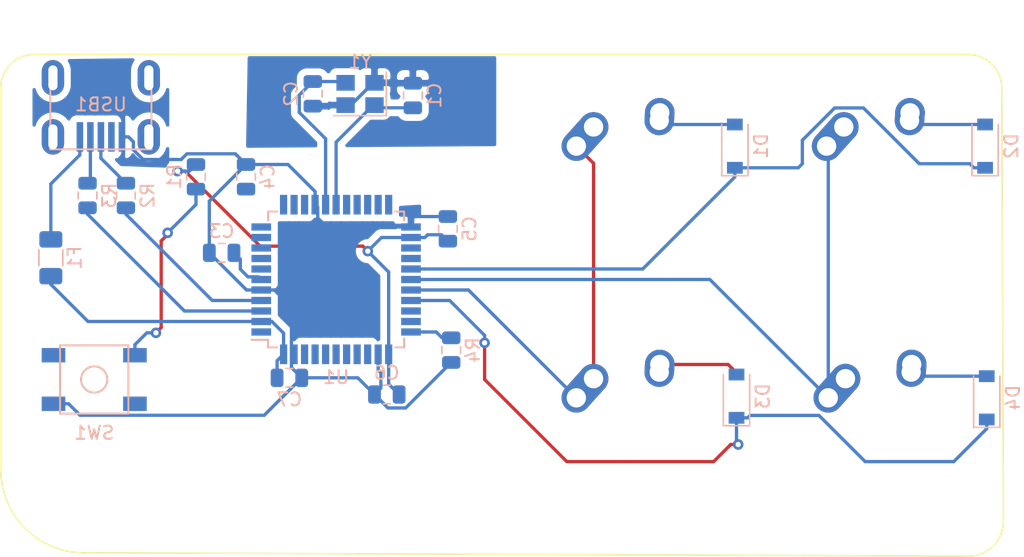
<source format=kicad_pcb>
(kicad_pcb (version 20171130) (host pcbnew "(5.1.5)-3")

  (general
    (thickness 1.6)
    (drawings 8)
    (tracks 179)
    (zones 0)
    (modules 24)
    (nets 45)
  )

  (page A4)
  (layers
    (0 F.Cu signal)
    (31 B.Cu signal)
    (32 B.Adhes user)
    (33 F.Adhes user)
    (34 B.Paste user)
    (35 F.Paste user)
    (36 B.SilkS user)
    (37 F.SilkS user)
    (38 B.Mask user)
    (39 F.Mask user)
    (40 Dwgs.User user)
    (41 Cmts.User user)
    (42 Eco1.User user)
    (43 Eco2.User user)
    (44 Edge.Cuts user)
    (45 Margin user)
    (46 B.CrtYd user)
    (47 F.CrtYd user)
    (48 B.Fab user)
    (49 F.Fab user)
  )

  (setup
    (last_trace_width 0.25)
    (trace_clearance 0.2)
    (zone_clearance 0.508)
    (zone_45_only no)
    (trace_min 0.2)
    (via_size 0.8)
    (via_drill 0.4)
    (via_min_size 0.4)
    (via_min_drill 0.3)
    (uvia_size 0.3)
    (uvia_drill 0.1)
    (uvias_allowed no)
    (uvia_min_size 0.2)
    (uvia_min_drill 0.1)
    (edge_width 0.05)
    (segment_width 0.2)
    (pcb_text_width 0.3)
    (pcb_text_size 1.5 1.5)
    (mod_edge_width 0.12)
    (mod_text_size 1 1)
    (mod_text_width 0.15)
    (pad_size 1.524 1.524)
    (pad_drill 0.762)
    (pad_to_mask_clearance 0.051)
    (solder_mask_min_width 0.25)
    (aux_axis_origin 0 0)
    (visible_elements FFFFFF7F)
    (pcbplotparams
      (layerselection 0x010fc_ffffffff)
      (usegerberextensions false)
      (usegerberattributes false)
      (usegerberadvancedattributes false)
      (creategerberjobfile false)
      (excludeedgelayer true)
      (linewidth 0.100000)
      (plotframeref false)
      (viasonmask false)
      (mode 1)
      (useauxorigin false)
      (hpglpennumber 1)
      (hpglpenspeed 20)
      (hpglpendiameter 15.000000)
      (psnegative false)
      (psa4output false)
      (plotreference true)
      (plotvalue true)
      (plotinvisibletext false)
      (padsonsilk false)
      (subtractmaskfromsilk false)
      (outputformat 1)
      (mirror false)
      (drillshape 1)
      (scaleselection 1)
      (outputdirectory ""))
  )

  (net 0 "")
  (net 1 GND)
  (net 2 "Net-(C1-Pad1)")
  (net 3 "Net-(C2-Pad1)")
  (net 4 "Net-(C3-Pad1)")
  (net 5 +5V)
  (net 6 "Net-(D1-Pad2)")
  (net 7 ROW0)
  (net 8 "Net-(D2-Pad2)")
  (net 9 "Net-(D3-Pad2)")
  (net 10 ROW1)
  (net 11 "Net-(D4-Pad2)")
  (net 12 VCC)
  (net 13 COL0)
  (net 14 COL1)
  (net 15 "Net-(R1-Pad2)")
  (net 16 D+)
  (net 17 "Net-(R2-Pad1)")
  (net 18 D-)
  (net 19 "Net-(R3-Pad1)")
  (net 20 "Net-(R4-Pad2)")
  (net 21 "Net-(U1-Pad42)")
  (net 22 "Net-(U1-Pad41)")
  (net 23 "Net-(U1-Pad40)")
  (net 24 "Net-(U1-Pad39)")
  (net 25 "Net-(U1-Pad38)")
  (net 26 "Net-(U1-Pad37)")
  (net 27 "Net-(U1-Pad36)")
  (net 28 "Net-(U1-Pad32)")
  (net 29 "Net-(U1-Pad31)")
  (net 30 "Net-(U1-Pad26)")
  (net 31 "Net-(U1-Pad25)")
  (net 32 "Net-(U1-Pad22)")
  (net 33 "Net-(U1-Pad21)")
  (net 34 "Net-(U1-Pad20)")
  (net 35 "Net-(U1-Pad19)")
  (net 36 "Net-(U1-Pad18)")
  (net 37 "Net-(U1-Pad12)")
  (net 38 "Net-(U1-Pad11)")
  (net 39 "Net-(U1-Pad10)")
  (net 40 "Net-(U1-Pad9)")
  (net 41 "Net-(U1-Pad8)")
  (net 42 "Net-(U1-Pad1)")
  (net 43 "Net-(USB1-Pad6)")
  (net 44 "Net-(USB1-Pad2)")

  (net_class Default "This is the default net class."
    (clearance 0.2)
    (trace_width 0.25)
    (via_dia 0.8)
    (via_drill 0.4)
    (uvia_dia 0.3)
    (uvia_drill 0.1)
    (add_net COL0)
    (add_net COL1)
    (add_net D+)
    (add_net D-)
    (add_net "Net-(C1-Pad1)")
    (add_net "Net-(C2-Pad1)")
    (add_net "Net-(C3-Pad1)")
    (add_net "Net-(D1-Pad2)")
    (add_net "Net-(D2-Pad2)")
    (add_net "Net-(D3-Pad2)")
    (add_net "Net-(D4-Pad2)")
    (add_net "Net-(R1-Pad2)")
    (add_net "Net-(R2-Pad1)")
    (add_net "Net-(R3-Pad1)")
    (add_net "Net-(R4-Pad2)")
    (add_net "Net-(U1-Pad1)")
    (add_net "Net-(U1-Pad10)")
    (add_net "Net-(U1-Pad11)")
    (add_net "Net-(U1-Pad12)")
    (add_net "Net-(U1-Pad18)")
    (add_net "Net-(U1-Pad19)")
    (add_net "Net-(U1-Pad20)")
    (add_net "Net-(U1-Pad21)")
    (add_net "Net-(U1-Pad22)")
    (add_net "Net-(U1-Pad25)")
    (add_net "Net-(U1-Pad26)")
    (add_net "Net-(U1-Pad31)")
    (add_net "Net-(U1-Pad32)")
    (add_net "Net-(U1-Pad36)")
    (add_net "Net-(U1-Pad37)")
    (add_net "Net-(U1-Pad38)")
    (add_net "Net-(U1-Pad39)")
    (add_net "Net-(U1-Pad40)")
    (add_net "Net-(U1-Pad41)")
    (add_net "Net-(U1-Pad42)")
    (add_net "Net-(U1-Pad8)")
    (add_net "Net-(U1-Pad9)")
    (add_net "Net-(USB1-Pad2)")
    (add_net "Net-(USB1-Pad6)")
    (add_net ROW0)
    (add_net ROW1)
    (add_net VCC)
  )

  (net_class Power ""
    (clearance 0.2)
    (trace_width 0.25)
    (via_dia 0.8)
    (via_drill 0.4)
    (uvia_dia 0.3)
    (uvia_drill 0.1)
    (add_net +5V)
    (add_net GND)
  )

  (module Crystal:Crystal_SMD_3225-4Pin_3.2x2.5mm (layer B.Cu) (tedit 5A0FD1B2) (tstamp 5EB19676)
    (at 90.848 87.083 180)
    (descr "SMD Crystal SERIES SMD3225/4 http://www.txccrystal.com/images/pdf/7m-accuracy.pdf, 3.2x2.5mm^2 package")
    (tags "SMD SMT crystal")
    (path /5EB58928)
    (attr smd)
    (fp_text reference Y1 (at 0 2.45) (layer B.SilkS)
      (effects (font (size 1 1) (thickness 0.15)) (justify mirror))
    )
    (fp_text value 16MHz (at 0 -2.45) (layer B.Fab)
      (effects (font (size 1 1) (thickness 0.15)) (justify mirror))
    )
    (fp_line (start 2.1 1.7) (end -2.1 1.7) (layer B.CrtYd) (width 0.05))
    (fp_line (start 2.1 -1.7) (end 2.1 1.7) (layer B.CrtYd) (width 0.05))
    (fp_line (start -2.1 -1.7) (end 2.1 -1.7) (layer B.CrtYd) (width 0.05))
    (fp_line (start -2.1 1.7) (end -2.1 -1.7) (layer B.CrtYd) (width 0.05))
    (fp_line (start -2 -1.65) (end 2 -1.65) (layer B.SilkS) (width 0.12))
    (fp_line (start -2 1.65) (end -2 -1.65) (layer B.SilkS) (width 0.12))
    (fp_line (start -1.6 -0.25) (end -0.6 -1.25) (layer B.Fab) (width 0.1))
    (fp_line (start 1.6 1.25) (end -1.6 1.25) (layer B.Fab) (width 0.1))
    (fp_line (start 1.6 -1.25) (end 1.6 1.25) (layer B.Fab) (width 0.1))
    (fp_line (start -1.6 -1.25) (end 1.6 -1.25) (layer B.Fab) (width 0.1))
    (fp_line (start -1.6 1.25) (end -1.6 -1.25) (layer B.Fab) (width 0.1))
    (fp_text user %R (at 0 0) (layer B.Fab)
      (effects (font (size 0.7 0.7) (thickness 0.105)) (justify mirror))
    )
    (pad 4 smd rect (at -1.1 0.85 180) (size 1.4 1.2) (layers B.Cu B.Paste B.Mask)
      (net 1 GND))
    (pad 3 smd rect (at 1.1 0.85 180) (size 1.4 1.2) (layers B.Cu B.Paste B.Mask)
      (net 3 "Net-(C2-Pad1)"))
    (pad 2 smd rect (at 1.1 -0.85 180) (size 1.4 1.2) (layers B.Cu B.Paste B.Mask)
      (net 1 GND))
    (pad 1 smd rect (at -1.1 -0.85 180) (size 1.4 1.2) (layers B.Cu B.Paste B.Mask)
      (net 2 "Net-(C1-Pad1)"))
    (model ${KISYS3DMOD}/Crystal.3dshapes/Crystal_SMD_3225-4Pin_3.2x2.5mm.wrl
      (at (xyz 0 0 0))
      (scale (xyz 1 1 1))
      (rotate (xyz 0 0 0))
    )
  )

  (module random-keyboard-parts:Molex-0548190589 (layer B.Cu) (tedit 5C494815) (tstamp 5EB19662)
    (at 71.12 85.852 270)
    (path /5EB6F4D1)
    (attr smd)
    (fp_text reference USB1 (at 2.032 0) (layer B.SilkS)
      (effects (font (size 1 1) (thickness 0.15)) (justify mirror))
    )
    (fp_text value Molex-0548190589 (at -5.08 0) (layer Dwgs.User)
      (effects (font (size 1 1) (thickness 0.15)))
    )
    (fp_text user %R (at 2 0) (layer B.CrtYd)
      (effects (font (size 1 1) (thickness 0.15)) (justify mirror))
    )
    (fp_line (start 3.25 1.25) (end 5.5 1.25) (layer B.CrtYd) (width 0.15))
    (fp_line (start 5.5 0.5) (end 3.25 0.5) (layer B.CrtYd) (width 0.15))
    (fp_line (start 3.25 -0.5) (end 5.5 -0.5) (layer B.CrtYd) (width 0.15))
    (fp_line (start 5.5 -1.25) (end 3.25 -1.25) (layer B.CrtYd) (width 0.15))
    (fp_line (start 3.25 -2) (end 5.5 -2) (layer B.CrtYd) (width 0.15))
    (fp_line (start 3.25 2) (end 3.25 -2) (layer B.CrtYd) (width 0.15))
    (fp_line (start 5.5 2) (end 3.25 2) (layer B.CrtYd) (width 0.15))
    (fp_line (start -3.75 -3.75) (end -3.75 3.75) (layer B.CrtYd) (width 0.15))
    (fp_line (start 5.5 -3.75) (end -3.75 -3.75) (layer B.CrtYd) (width 0.15))
    (fp_line (start 5.5 3.75) (end 5.5 -3.75) (layer B.CrtYd) (width 0.15))
    (fp_line (start -3.75 3.75) (end 5.5 3.75) (layer B.CrtYd) (width 0.15))
    (fp_line (start 0 3.85) (end 5.45 3.85) (layer B.SilkS) (width 0.15))
    (fp_line (start 0 -3.85) (end 5.45 -3.85) (layer B.SilkS) (width 0.15))
    (fp_line (start 5.45 3.85) (end 5.45 -3.85) (layer B.SilkS) (width 0.15))
    (fp_line (start -3.75 3.85) (end 0 3.85) (layer Dwgs.User) (width 0.15))
    (fp_line (start -3.75 -3.85) (end 0 -3.85) (layer Dwgs.User) (width 0.15))
    (fp_line (start -1.75 4.572) (end -1.75 -4.572) (layer Dwgs.User) (width 0.15))
    (fp_line (start -3.75 3.85) (end -3.75 -3.85) (layer Dwgs.User) (width 0.15))
    (pad 6 thru_hole oval (at 0 3.65 270) (size 2.7 1.7) (drill oval 1.9 0.7) (layers *.Cu *.Mask)
      (net 43 "Net-(USB1-Pad6)"))
    (pad 6 thru_hole oval (at 0 -3.65 270) (size 2.7 1.7) (drill oval 1.9 0.7) (layers *.Cu *.Mask)
      (net 43 "Net-(USB1-Pad6)"))
    (pad 6 thru_hole oval (at 4.5 -3.65 270) (size 2.7 1.7) (drill oval 1.9 0.7) (layers *.Cu *.Mask)
      (net 43 "Net-(USB1-Pad6)"))
    (pad 6 thru_hole oval (at 4.5 3.65 270) (size 2.7 1.7) (drill oval 1.9 0.7) (layers *.Cu *.Mask)
      (net 43 "Net-(USB1-Pad6)"))
    (pad 5 smd rect (at 4.5 1.6 270) (size 2.25 0.5) (layers B.Cu B.Paste B.Mask)
      (net 12 VCC))
    (pad 4 smd rect (at 4.5 0.8 270) (size 2.25 0.5) (layers B.Cu B.Paste B.Mask)
      (net 18 D-))
    (pad 3 smd rect (at 4.5 0 270) (size 2.25 0.5) (layers B.Cu B.Paste B.Mask)
      (net 16 D+))
    (pad 2 smd rect (at 4.5 -0.8 270) (size 2.25 0.5) (layers B.Cu B.Paste B.Mask)
      (net 44 "Net-(USB1-Pad2)"))
    (pad 1 smd rect (at 4.5 -1.6 270) (size 2.25 0.5) (layers B.Cu B.Paste B.Mask)
      (net 1 GND))
  )

  (module Package_QFP:TQFP-44_10x10mm_P0.8mm (layer B.Cu) (tedit 5A02F146) (tstamp 5EB19642)
    (at 89.027 101.219)
    (descr "44-Lead Plastic Thin Quad Flatpack (PT) - 10x10x1.0 mm Body [TQFP] (see Microchip Packaging Specification 00000049BS.pdf)")
    (tags "QFP 0.8")
    (path /5EB110C7)
    (attr smd)
    (fp_text reference U1 (at 0 7.45) (layer B.SilkS)
      (effects (font (size 1 1) (thickness 0.15)) (justify mirror))
    )
    (fp_text value ATmega32U4-AU (at -0.635 -7.366) (layer B.Fab)
      (effects (font (size 1 1) (thickness 0.15)) (justify mirror))
    )
    (fp_line (start -5.175 4.6) (end -6.45 4.6) (layer B.SilkS) (width 0.15))
    (fp_line (start 5.175 5.175) (end 4.5 5.175) (layer B.SilkS) (width 0.15))
    (fp_line (start 5.175 -5.175) (end 4.5 -5.175) (layer B.SilkS) (width 0.15))
    (fp_line (start -5.175 -5.175) (end -4.5 -5.175) (layer B.SilkS) (width 0.15))
    (fp_line (start -5.175 5.175) (end -4.5 5.175) (layer B.SilkS) (width 0.15))
    (fp_line (start -5.175 -5.175) (end -5.175 -4.5) (layer B.SilkS) (width 0.15))
    (fp_line (start 5.175 -5.175) (end 5.175 -4.5) (layer B.SilkS) (width 0.15))
    (fp_line (start 5.175 5.175) (end 5.175 4.5) (layer B.SilkS) (width 0.15))
    (fp_line (start -5.175 5.175) (end -5.175 4.6) (layer B.SilkS) (width 0.15))
    (fp_line (start -6.7 -6.7) (end 6.7 -6.7) (layer B.CrtYd) (width 0.05))
    (fp_line (start -6.7 6.7) (end 6.7 6.7) (layer B.CrtYd) (width 0.05))
    (fp_line (start 6.7 6.7) (end 6.7 -6.7) (layer B.CrtYd) (width 0.05))
    (fp_line (start -6.7 6.7) (end -6.7 -6.7) (layer B.CrtYd) (width 0.05))
    (fp_line (start -5 4) (end -4 5) (layer B.Fab) (width 0.15))
    (fp_line (start -5 -5) (end -5 4) (layer B.Fab) (width 0.15))
    (fp_line (start 5 -5) (end -5 -5) (layer B.Fab) (width 0.15))
    (fp_line (start 5 5) (end 5 -5) (layer B.Fab) (width 0.15))
    (fp_line (start -4 5) (end 5 5) (layer B.Fab) (width 0.15))
    (fp_text user %R (at 0.069 0.162) (layer B.Fab)
      (effects (font (size 1 1) (thickness 0.15)) (justify mirror))
    )
    (pad 44 smd rect (at -4 5.7 270) (size 1.5 0.55) (layers B.Cu B.Paste B.Mask)
      (net 5 +5V))
    (pad 43 smd rect (at -3.2 5.7 270) (size 1.5 0.55) (layers B.Cu B.Paste B.Mask)
      (net 1 GND))
    (pad 42 smd rect (at -2.4 5.7 270) (size 1.5 0.55) (layers B.Cu B.Paste B.Mask)
      (net 21 "Net-(U1-Pad42)"))
    (pad 41 smd rect (at -1.6 5.7 270) (size 1.5 0.55) (layers B.Cu B.Paste B.Mask)
      (net 22 "Net-(U1-Pad41)"))
    (pad 40 smd rect (at -0.8 5.7 270) (size 1.5 0.55) (layers B.Cu B.Paste B.Mask)
      (net 23 "Net-(U1-Pad40)"))
    (pad 39 smd rect (at 0 5.7 270) (size 1.5 0.55) (layers B.Cu B.Paste B.Mask)
      (net 24 "Net-(U1-Pad39)"))
    (pad 38 smd rect (at 0.8 5.7 270) (size 1.5 0.55) (layers B.Cu B.Paste B.Mask)
      (net 25 "Net-(U1-Pad38)"))
    (pad 37 smd rect (at 1.6 5.7 270) (size 1.5 0.55) (layers B.Cu B.Paste B.Mask)
      (net 26 "Net-(U1-Pad37)"))
    (pad 36 smd rect (at 2.4 5.7 270) (size 1.5 0.55) (layers B.Cu B.Paste B.Mask)
      (net 27 "Net-(U1-Pad36)"))
    (pad 35 smd rect (at 3.2 5.7 270) (size 1.5 0.55) (layers B.Cu B.Paste B.Mask)
      (net 1 GND))
    (pad 34 smd rect (at 4 5.7 270) (size 1.5 0.55) (layers B.Cu B.Paste B.Mask)
      (net 5 +5V))
    (pad 33 smd rect (at 5.7 4) (size 1.5 0.55) (layers B.Cu B.Paste B.Mask)
      (net 20 "Net-(R4-Pad2)"))
    (pad 32 smd rect (at 5.7 3.2) (size 1.5 0.55) (layers B.Cu B.Paste B.Mask)
      (net 28 "Net-(U1-Pad32)"))
    (pad 31 smd rect (at 5.7 2.4) (size 1.5 0.55) (layers B.Cu B.Paste B.Mask)
      (net 29 "Net-(U1-Pad31)"))
    (pad 30 smd rect (at 5.7 1.6) (size 1.5 0.55) (layers B.Cu B.Paste B.Mask)
      (net 10 ROW1))
    (pad 29 smd rect (at 5.7 0.8) (size 1.5 0.55) (layers B.Cu B.Paste B.Mask)
      (net 13 COL0))
    (pad 28 smd rect (at 5.7 0) (size 1.5 0.55) (layers B.Cu B.Paste B.Mask)
      (net 14 COL1))
    (pad 27 smd rect (at 5.7 -0.8) (size 1.5 0.55) (layers B.Cu B.Paste B.Mask)
      (net 7 ROW0))
    (pad 26 smd rect (at 5.7 -1.6) (size 1.5 0.55) (layers B.Cu B.Paste B.Mask)
      (net 30 "Net-(U1-Pad26)"))
    (pad 25 smd rect (at 5.7 -2.4) (size 1.5 0.55) (layers B.Cu B.Paste B.Mask)
      (net 31 "Net-(U1-Pad25)"))
    (pad 24 smd rect (at 5.7 -3.2) (size 1.5 0.55) (layers B.Cu B.Paste B.Mask)
      (net 5 +5V))
    (pad 23 smd rect (at 5.7 -4) (size 1.5 0.55) (layers B.Cu B.Paste B.Mask)
      (net 1 GND))
    (pad 22 smd rect (at 4 -5.7 270) (size 1.5 0.55) (layers B.Cu B.Paste B.Mask)
      (net 32 "Net-(U1-Pad22)"))
    (pad 21 smd rect (at 3.2 -5.7 270) (size 1.5 0.55) (layers B.Cu B.Paste B.Mask)
      (net 33 "Net-(U1-Pad21)"))
    (pad 20 smd rect (at 2.4 -5.7 270) (size 1.5 0.55) (layers B.Cu B.Paste B.Mask)
      (net 34 "Net-(U1-Pad20)"))
    (pad 19 smd rect (at 1.6 -5.7 270) (size 1.5 0.55) (layers B.Cu B.Paste B.Mask)
      (net 35 "Net-(U1-Pad19)"))
    (pad 18 smd rect (at 0.8 -5.7 270) (size 1.5 0.55) (layers B.Cu B.Paste B.Mask)
      (net 36 "Net-(U1-Pad18)"))
    (pad 17 smd rect (at 0 -5.7 270) (size 1.5 0.55) (layers B.Cu B.Paste B.Mask)
      (net 2 "Net-(C1-Pad1)"))
    (pad 16 smd rect (at -0.8 -5.7 270) (size 1.5 0.55) (layers B.Cu B.Paste B.Mask)
      (net 3 "Net-(C2-Pad1)"))
    (pad 15 smd rect (at -1.6 -5.7 270) (size 1.5 0.55) (layers B.Cu B.Paste B.Mask)
      (net 1 GND))
    (pad 14 smd rect (at -2.4 -5.7 270) (size 1.5 0.55) (layers B.Cu B.Paste B.Mask)
      (net 5 +5V))
    (pad 13 smd rect (at -3.2 -5.7 270) (size 1.5 0.55) (layers B.Cu B.Paste B.Mask)
      (net 15 "Net-(R1-Pad2)"))
    (pad 12 smd rect (at -4 -5.7 270) (size 1.5 0.55) (layers B.Cu B.Paste B.Mask)
      (net 37 "Net-(U1-Pad12)"))
    (pad 11 smd rect (at -5.7 -4) (size 1.5 0.55) (layers B.Cu B.Paste B.Mask)
      (net 38 "Net-(U1-Pad11)"))
    (pad 10 smd rect (at -5.7 -3.2) (size 1.5 0.55) (layers B.Cu B.Paste B.Mask)
      (net 39 "Net-(U1-Pad10)"))
    (pad 9 smd rect (at -5.7 -2.4) (size 1.5 0.55) (layers B.Cu B.Paste B.Mask)
      (net 40 "Net-(U1-Pad9)"))
    (pad 8 smd rect (at -5.7 -1.6) (size 1.5 0.55) (layers B.Cu B.Paste B.Mask)
      (net 41 "Net-(U1-Pad8)"))
    (pad 7 smd rect (at -5.7 -0.8) (size 1.5 0.55) (layers B.Cu B.Paste B.Mask)
      (net 5 +5V))
    (pad 6 smd rect (at -5.7 0) (size 1.5 0.55) (layers B.Cu B.Paste B.Mask)
      (net 4 "Net-(C3-Pad1)"))
    (pad 5 smd rect (at -5.7 0.8) (size 1.5 0.55) (layers B.Cu B.Paste B.Mask)
      (net 1 GND))
    (pad 4 smd rect (at -5.7 1.6) (size 1.5 0.55) (layers B.Cu B.Paste B.Mask)
      (net 17 "Net-(R2-Pad1)"))
    (pad 3 smd rect (at -5.7 2.4) (size 1.5 0.55) (layers B.Cu B.Paste B.Mask)
      (net 19 "Net-(R3-Pad1)"))
    (pad 2 smd rect (at -5.7 3.2) (size 1.5 0.55) (layers B.Cu B.Paste B.Mask)
      (net 5 +5V))
    (pad 1 smd rect (at -5.7 4) (size 1.5 0.55) (layers B.Cu B.Paste B.Mask)
      (net 42 "Net-(U1-Pad1)"))
    (model ${KISYS3DMOD}/Package_QFP.3dshapes/TQFP-44_10x10mm_P0.8mm.wrl
      (at (xyz 0 0 0))
      (scale (xyz 1 1 1))
      (rotate (xyz 0 0 0))
    )
  )

  (module random-keyboard-parts:SKQG-1155865 (layer B.Cu) (tedit 5E62B398) (tstamp 5EB195FF)
    (at 70.612 108.839 180)
    (path /5EB65830)
    (attr smd)
    (fp_text reference SW1 (at 0 -4.064) (layer B.SilkS)
      (effects (font (size 1 1) (thickness 0.15)) (justify mirror))
    )
    (fp_text value SW_Push (at 0 4.064) (layer B.Fab)
      (effects (font (size 1 1) (thickness 0.15)) (justify mirror))
    )
    (fp_line (start -2.6 2.6) (end 2.6 2.6) (layer B.SilkS) (width 0.15))
    (fp_line (start 2.6 2.6) (end 2.6 -2.6) (layer B.SilkS) (width 0.15))
    (fp_line (start 2.6 -2.6) (end -2.6 -2.6) (layer B.SilkS) (width 0.15))
    (fp_line (start -2.6 -2.6) (end -2.6 2.6) (layer B.SilkS) (width 0.15))
    (fp_circle (center 0 0) (end 1 0) (layer B.SilkS) (width 0.15))
    (fp_line (start -4.2 2.6) (end 4.2 2.6) (layer B.Fab) (width 0.15))
    (fp_line (start 4.2 2.6) (end 4.2 1.2) (layer B.Fab) (width 0.15))
    (fp_line (start 4.2 1.1) (end 2.6 1.1) (layer B.Fab) (width 0.15))
    (fp_line (start 2.6 1.1) (end 2.6 -1.1) (layer B.Fab) (width 0.15))
    (fp_line (start 2.6 -1.1) (end 4.2 -1.1) (layer B.Fab) (width 0.15))
    (fp_line (start 4.2 -1.1) (end 4.2 -2.6) (layer B.Fab) (width 0.15))
    (fp_line (start 4.2 -2.6) (end -4.2 -2.6) (layer B.Fab) (width 0.15))
    (fp_line (start -4.2 -2.6) (end -4.2 -1.1) (layer B.Fab) (width 0.15))
    (fp_line (start -4.2 -1.1) (end -2.6 -1.1) (layer B.Fab) (width 0.15))
    (fp_line (start -2.6 -1.1) (end -2.6 1.1) (layer B.Fab) (width 0.15))
    (fp_line (start -2.6 1.1) (end -4.2 1.1) (layer B.Fab) (width 0.15))
    (fp_line (start -4.2 1.1) (end -4.2 2.6) (layer B.Fab) (width 0.15))
    (fp_circle (center 0 0) (end 1 0) (layer B.Fab) (width 0.15))
    (fp_line (start -2.6 1.1) (end -1.1 2.6) (layer B.Fab) (width 0.15))
    (fp_line (start 2.6 1.1) (end 1.1 2.6) (layer B.Fab) (width 0.15))
    (fp_line (start 2.6 -1.1) (end 1.1 -2.6) (layer B.Fab) (width 0.15))
    (fp_line (start -2.6 -1.1) (end -1.1 -2.6) (layer B.Fab) (width 0.15))
    (pad 4 smd rect (at -3.1 -1.85 180) (size 1.8 1.1) (layers B.Cu B.Paste B.Mask))
    (pad 3 smd rect (at 3.1 1.85 180) (size 1.8 1.1) (layers B.Cu B.Paste B.Mask))
    (pad 2 smd rect (at -3.1 1.85 180) (size 1.8 1.1) (layers B.Cu B.Paste B.Mask)
      (net 15 "Net-(R1-Pad2)"))
    (pad 1 smd rect (at 3.1 -1.85 180) (size 1.8 1.1) (layers B.Cu B.Paste B.Mask)
      (net 1 GND))
    (model ${KISYS3DMOD}/Button_Switch_SMD.3dshapes/SW_SPST_TL3342.step
      (at (xyz 0 0 0))
      (scale (xyz 1 1 1))
      (rotate (xyz 0 0 0))
    )
  )

  (module Resistor_SMD:R_0805_2012Metric (layer B.Cu) (tedit 5B36C52B) (tstamp 5EB195E1)
    (at 97.79 106.6015 90)
    (descr "Resistor SMD 0805 (2012 Metric), square (rectangular) end terminal, IPC_7351 nominal, (Body size source: https://docs.google.com/spreadsheets/d/1BsfQQcO9C6DZCsRaXUlFlo91Tg2WpOkGARC1WS5S8t0/edit?usp=sharing), generated with kicad-footprint-generator")
    (tags resistor)
    (path /5EB19C10)
    (attr smd)
    (fp_text reference R4 (at 0 1.65 90) (layer B.SilkS)
      (effects (font (size 1 1) (thickness 0.15)) (justify mirror))
    )
    (fp_text value 10k (at 0 -1.65 90) (layer B.Fab)
      (effects (font (size 1 1) (thickness 0.15)) (justify mirror))
    )
    (fp_text user %R (at 0.8105 -0.254 90) (layer B.Fab)
      (effects (font (size 0.5 0.5) (thickness 0.08)) (justify mirror))
    )
    (fp_line (start 1.68 -0.95) (end -1.68 -0.95) (layer B.CrtYd) (width 0.05))
    (fp_line (start 1.68 0.95) (end 1.68 -0.95) (layer B.CrtYd) (width 0.05))
    (fp_line (start -1.68 0.95) (end 1.68 0.95) (layer B.CrtYd) (width 0.05))
    (fp_line (start -1.68 -0.95) (end -1.68 0.95) (layer B.CrtYd) (width 0.05))
    (fp_line (start -0.258578 -0.71) (end 0.258578 -0.71) (layer B.SilkS) (width 0.12))
    (fp_line (start -0.258578 0.71) (end 0.258578 0.71) (layer B.SilkS) (width 0.12))
    (fp_line (start 1 -0.6) (end -1 -0.6) (layer B.Fab) (width 0.1))
    (fp_line (start 1 0.6) (end 1 -0.6) (layer B.Fab) (width 0.1))
    (fp_line (start -1 0.6) (end 1 0.6) (layer B.Fab) (width 0.1))
    (fp_line (start -1 -0.6) (end -1 0.6) (layer B.Fab) (width 0.1))
    (pad 2 smd roundrect (at 0.9375 0 90) (size 0.975 1.4) (layers B.Cu B.Paste B.Mask) (roundrect_rratio 0.25)
      (net 20 "Net-(R4-Pad2)"))
    (pad 1 smd roundrect (at -0.9375 0 90) (size 0.975 1.4) (layers B.Cu B.Paste B.Mask) (roundrect_rratio 0.25)
      (net 1 GND))
    (model ${KISYS3DMOD}/Resistor_SMD.3dshapes/R_0805_2012Metric.wrl
      (at (xyz 0 0 0))
      (scale (xyz 1 1 1))
      (rotate (xyz 0 0 0))
    )
  )

  (module Resistor_SMD:R_0805_2012Metric (layer B.Cu) (tedit 5B36C52B) (tstamp 5EB195D0)
    (at 70.104 94.8205 90)
    (descr "Resistor SMD 0805 (2012 Metric), square (rectangular) end terminal, IPC_7351 nominal, (Body size source: https://docs.google.com/spreadsheets/d/1BsfQQcO9C6DZCsRaXUlFlo91Tg2WpOkGARC1WS5S8t0/edit?usp=sharing), generated with kicad-footprint-generator")
    (tags resistor)
    (path /5EB22140)
    (attr smd)
    (fp_text reference R3 (at 0 1.65 270) (layer B.SilkS)
      (effects (font (size 1 1) (thickness 0.15)) (justify mirror))
    )
    (fp_text value 22 (at 0 -1.65 270) (layer B.Fab)
      (effects (font (size 1 1) (thickness 0.15)) (justify mirror))
    )
    (fp_text user %R (at 0 0 270) (layer B.Fab)
      (effects (font (size 0.5 0.5) (thickness 0.08)) (justify mirror))
    )
    (fp_line (start 1.68 -0.95) (end -1.68 -0.95) (layer B.CrtYd) (width 0.05))
    (fp_line (start 1.68 0.95) (end 1.68 -0.95) (layer B.CrtYd) (width 0.05))
    (fp_line (start -1.68 0.95) (end 1.68 0.95) (layer B.CrtYd) (width 0.05))
    (fp_line (start -1.68 -0.95) (end -1.68 0.95) (layer B.CrtYd) (width 0.05))
    (fp_line (start -0.258578 -0.71) (end 0.258578 -0.71) (layer B.SilkS) (width 0.12))
    (fp_line (start -0.258578 0.71) (end 0.258578 0.71) (layer B.SilkS) (width 0.12))
    (fp_line (start 1 -0.6) (end -1 -0.6) (layer B.Fab) (width 0.1))
    (fp_line (start 1 0.6) (end 1 -0.6) (layer B.Fab) (width 0.1))
    (fp_line (start -1 0.6) (end 1 0.6) (layer B.Fab) (width 0.1))
    (fp_line (start -1 -0.6) (end -1 0.6) (layer B.Fab) (width 0.1))
    (pad 2 smd roundrect (at 0.9375 0 90) (size 0.975 1.4) (layers B.Cu B.Paste B.Mask) (roundrect_rratio 0.25)
      (net 18 D-))
    (pad 1 smd roundrect (at -0.9375 0 90) (size 0.975 1.4) (layers B.Cu B.Paste B.Mask) (roundrect_rratio 0.25)
      (net 19 "Net-(R3-Pad1)"))
    (model ${KISYS3DMOD}/Resistor_SMD.3dshapes/R_0805_2012Metric.wrl
      (at (xyz 0 0 0))
      (scale (xyz 1 1 1))
      (rotate (xyz 0 0 0))
    )
  )

  (module Resistor_SMD:R_0805_2012Metric (layer B.Cu) (tedit 5B36C52B) (tstamp 5EB195BF)
    (at 73.025 94.8205 90)
    (descr "Resistor SMD 0805 (2012 Metric), square (rectangular) end terminal, IPC_7351 nominal, (Body size source: https://docs.google.com/spreadsheets/d/1BsfQQcO9C6DZCsRaXUlFlo91Tg2WpOkGARC1WS5S8t0/edit?usp=sharing), generated with kicad-footprint-generator")
    (tags resistor)
    (path /5EB2186D)
    (attr smd)
    (fp_text reference R2 (at 0 1.65 90) (layer B.SilkS)
      (effects (font (size 1 1) (thickness 0.15)) (justify mirror))
    )
    (fp_text value 22 (at 0 -1.65 90) (layer B.Fab)
      (effects (font (size 1 1) (thickness 0.15)) (justify mirror))
    )
    (fp_text user %R (at 0 0 90) (layer B.Fab)
      (effects (font (size 0.5 0.5) (thickness 0.08)) (justify mirror))
    )
    (fp_line (start 1.68 -0.95) (end -1.68 -0.95) (layer B.CrtYd) (width 0.05))
    (fp_line (start 1.68 0.95) (end 1.68 -0.95) (layer B.CrtYd) (width 0.05))
    (fp_line (start -1.68 0.95) (end 1.68 0.95) (layer B.CrtYd) (width 0.05))
    (fp_line (start -1.68 -0.95) (end -1.68 0.95) (layer B.CrtYd) (width 0.05))
    (fp_line (start -0.258578 -0.71) (end 0.258578 -0.71) (layer B.SilkS) (width 0.12))
    (fp_line (start -0.258578 0.71) (end 0.258578 0.71) (layer B.SilkS) (width 0.12))
    (fp_line (start 1 -0.6) (end -1 -0.6) (layer B.Fab) (width 0.1))
    (fp_line (start 1 0.6) (end 1 -0.6) (layer B.Fab) (width 0.1))
    (fp_line (start -1 0.6) (end 1 0.6) (layer B.Fab) (width 0.1))
    (fp_line (start -1 -0.6) (end -1 0.6) (layer B.Fab) (width 0.1))
    (pad 2 smd roundrect (at 0.9375 0 90) (size 0.975 1.4) (layers B.Cu B.Paste B.Mask) (roundrect_rratio 0.25)
      (net 16 D+))
    (pad 1 smd roundrect (at -0.9375 0 90) (size 0.975 1.4) (layers B.Cu B.Paste B.Mask) (roundrect_rratio 0.25)
      (net 17 "Net-(R2-Pad1)"))
    (model ${KISYS3DMOD}/Resistor_SMD.3dshapes/R_0805_2012Metric.wrl
      (at (xyz 0 0 0))
      (scale (xyz 1 1 1))
      (rotate (xyz 0 0 0))
    )
  )

  (module Resistor_SMD:R_0805_2012Metric (layer B.Cu) (tedit 5B36C52B) (tstamp 5EB195AE)
    (at 78.359 93.3935 270)
    (descr "Resistor SMD 0805 (2012 Metric), square (rectangular) end terminal, IPC_7351 nominal, (Body size source: https://docs.google.com/spreadsheets/d/1BsfQQcO9C6DZCsRaXUlFlo91Tg2WpOkGARC1WS5S8t0/edit?usp=sharing), generated with kicad-footprint-generator")
    (tags resistor)
    (path /5EB68DE7)
    (attr smd)
    (fp_text reference R1 (at 0 1.65 90) (layer B.SilkS)
      (effects (font (size 1 1) (thickness 0.15)) (justify mirror))
    )
    (fp_text value 10k (at 0 -1.65 90) (layer B.Fab)
      (effects (font (size 1 1) (thickness 0.15)) (justify mirror))
    )
    (fp_text user %R (at 0 0 90) (layer B.Fab)
      (effects (font (size 0.5 0.5) (thickness 0.08)) (justify mirror))
    )
    (fp_line (start 1.68 -0.95) (end -1.68 -0.95) (layer B.CrtYd) (width 0.05))
    (fp_line (start 1.68 0.95) (end 1.68 -0.95) (layer B.CrtYd) (width 0.05))
    (fp_line (start -1.68 0.95) (end 1.68 0.95) (layer B.CrtYd) (width 0.05))
    (fp_line (start -1.68 -0.95) (end -1.68 0.95) (layer B.CrtYd) (width 0.05))
    (fp_line (start -0.258578 -0.71) (end 0.258578 -0.71) (layer B.SilkS) (width 0.12))
    (fp_line (start -0.258578 0.71) (end 0.258578 0.71) (layer B.SilkS) (width 0.12))
    (fp_line (start 1 -0.6) (end -1 -0.6) (layer B.Fab) (width 0.1))
    (fp_line (start 1 0.6) (end 1 -0.6) (layer B.Fab) (width 0.1))
    (fp_line (start -1 0.6) (end 1 0.6) (layer B.Fab) (width 0.1))
    (fp_line (start -1 -0.6) (end -1 0.6) (layer B.Fab) (width 0.1))
    (pad 2 smd roundrect (at 0.9375 0 270) (size 0.975 1.4) (layers B.Cu B.Paste B.Mask) (roundrect_rratio 0.25)
      (net 15 "Net-(R1-Pad2)"))
    (pad 1 smd roundrect (at -0.9375 0 270) (size 0.975 1.4) (layers B.Cu B.Paste B.Mask) (roundrect_rratio 0.25)
      (net 5 +5V))
    (model ${KISYS3DMOD}/Resistor_SMD.3dshapes/R_0805_2012Metric.wrl
      (at (xyz 0 0 0))
      (scale (xyz 1 1 1))
      (rotate (xyz 0 0 0))
    )
  )

  (module MX_Alps_Hybrid:MX-1U-NoLED (layer F.Cu) (tedit 5A9F5203) (tstamp 5EB1959D)
    (at 130.302 112.776)
    (path /5EBD2CE2)
    (fp_text reference MX4 (at 0 3.175) (layer Dwgs.User)
      (effects (font (size 1 1) (thickness 0.15)))
    )
    (fp_text value MX-NoLED (at 0 -7.9375) (layer Dwgs.User)
      (effects (font (size 1 1) (thickness 0.15)))
    )
    (fp_line (start -9.525 9.525) (end -9.525 -9.525) (layer Dwgs.User) (width 0.15))
    (fp_line (start 9.525 9.525) (end -9.525 9.525) (layer Dwgs.User) (width 0.15))
    (fp_line (start 9.525 -9.525) (end 9.525 9.525) (layer Dwgs.User) (width 0.15))
    (fp_line (start -9.525 -9.525) (end 9.525 -9.525) (layer Dwgs.User) (width 0.15))
    (fp_line (start -7 -7) (end -7 -5) (layer Dwgs.User) (width 0.15))
    (fp_line (start -5 -7) (end -7 -7) (layer Dwgs.User) (width 0.15))
    (fp_line (start -7 7) (end -5 7) (layer Dwgs.User) (width 0.15))
    (fp_line (start -7 5) (end -7 7) (layer Dwgs.User) (width 0.15))
    (fp_line (start 7 7) (end 7 5) (layer Dwgs.User) (width 0.15))
    (fp_line (start 5 7) (end 7 7) (layer Dwgs.User) (width 0.15))
    (fp_line (start 7 -7) (end 7 -5) (layer Dwgs.User) (width 0.15))
    (fp_line (start 5 -7) (end 7 -7) (layer Dwgs.User) (width 0.15))
    (pad "" np_thru_hole circle (at 5.08 0 48.0996) (size 1.75 1.75) (drill 1.75) (layers *.Cu *.Mask))
    (pad "" np_thru_hole circle (at -5.08 0 48.0996) (size 1.75 1.75) (drill 1.75) (layers *.Cu *.Mask))
    (pad 1 thru_hole circle (at -2.5 -4) (size 2.25 2.25) (drill 1.47) (layers *.Cu B.Mask)
      (net 14 COL1))
    (pad "" np_thru_hole circle (at 0 0) (size 3.9878 3.9878) (drill 3.9878) (layers *.Cu *.Mask))
    (pad 1 thru_hole oval (at -3.81 -2.54 48.0996) (size 4.211556 2.25) (drill 1.47 (offset 0.980778 0)) (layers *.Cu B.Mask)
      (net 14 COL1))
    (pad 2 thru_hole circle (at 2.54 -5.08) (size 2.25 2.25) (drill 1.47) (layers *.Cu B.Mask)
      (net 11 "Net-(D4-Pad2)"))
    (pad 2 thru_hole oval (at 2.5 -4.5 86.0548) (size 2.831378 2.25) (drill 1.47 (offset 0.290689 0)) (layers *.Cu B.Mask)
      (net 11 "Net-(D4-Pad2)"))
  )

  (module MX_Alps_Hybrid:MX-1U-NoLED (layer F.Cu) (tedit 5A9F5203) (tstamp 5EB19586)
    (at 111.125 112.776)
    (path /5EBD0AA3)
    (fp_text reference MX3 (at 0 3.175) (layer Dwgs.User)
      (effects (font (size 1 1) (thickness 0.15)))
    )
    (fp_text value MX-NoLED (at 0 -7.9375) (layer Dwgs.User)
      (effects (font (size 1 1) (thickness 0.15)))
    )
    (fp_line (start -9.525 9.525) (end -9.525 -9.525) (layer Dwgs.User) (width 0.15))
    (fp_line (start 9.525 9.525) (end -9.525 9.525) (layer Dwgs.User) (width 0.15))
    (fp_line (start 9.525 -9.525) (end 9.525 9.525) (layer Dwgs.User) (width 0.15))
    (fp_line (start -9.525 -9.525) (end 9.525 -9.525) (layer Dwgs.User) (width 0.15))
    (fp_line (start -7 -7) (end -7 -5) (layer Dwgs.User) (width 0.15))
    (fp_line (start -5 -7) (end -7 -7) (layer Dwgs.User) (width 0.15))
    (fp_line (start -7 7) (end -5 7) (layer Dwgs.User) (width 0.15))
    (fp_line (start -7 5) (end -7 7) (layer Dwgs.User) (width 0.15))
    (fp_line (start 7 7) (end 7 5) (layer Dwgs.User) (width 0.15))
    (fp_line (start 5 7) (end 7 7) (layer Dwgs.User) (width 0.15))
    (fp_line (start 7 -7) (end 7 -5) (layer Dwgs.User) (width 0.15))
    (fp_line (start 5 -7) (end 7 -7) (layer Dwgs.User) (width 0.15))
    (pad "" np_thru_hole circle (at 5.08 0 48.0996) (size 1.75 1.75) (drill 1.75) (layers *.Cu *.Mask))
    (pad "" np_thru_hole circle (at -5.08 0 48.0996) (size 1.75 1.75) (drill 1.75) (layers *.Cu *.Mask))
    (pad 1 thru_hole circle (at -2.5 -4) (size 2.25 2.25) (drill 1.47) (layers *.Cu B.Mask)
      (net 13 COL0))
    (pad "" np_thru_hole circle (at 0 0) (size 3.9878 3.9878) (drill 3.9878) (layers *.Cu *.Mask))
    (pad 1 thru_hole oval (at -3.81 -2.54 48.0996) (size 4.211556 2.25) (drill 1.47 (offset 0.980778 0)) (layers *.Cu B.Mask)
      (net 13 COL0))
    (pad 2 thru_hole circle (at 2.54 -5.08) (size 2.25 2.25) (drill 1.47) (layers *.Cu B.Mask)
      (net 9 "Net-(D3-Pad2)"))
    (pad 2 thru_hole oval (at 2.5 -4.5 86.0548) (size 2.831378 2.25) (drill 1.47 (offset 0.290689 0)) (layers *.Cu B.Mask)
      (net 9 "Net-(D3-Pad2)"))
  )

  (module MX_Alps_Hybrid:MX-1U-NoLED (layer F.Cu) (tedit 5A9F5203) (tstamp 5EB1956F)
    (at 130.175 93.599)
    (path /5EBCD95F)
    (fp_text reference MX2 (at 0 3.175) (layer Dwgs.User)
      (effects (font (size 1 1) (thickness 0.15)))
    )
    (fp_text value MX-NoLED (at 0 -7.9375) (layer Dwgs.User)
      (effects (font (size 1 1) (thickness 0.15)))
    )
    (fp_line (start -9.525 9.525) (end -9.525 -9.525) (layer Dwgs.User) (width 0.15))
    (fp_line (start 9.525 9.525) (end -9.525 9.525) (layer Dwgs.User) (width 0.15))
    (fp_line (start 9.525 -9.525) (end 9.525 9.525) (layer Dwgs.User) (width 0.15))
    (fp_line (start -9.525 -9.525) (end 9.525 -9.525) (layer Dwgs.User) (width 0.15))
    (fp_line (start -7 -7) (end -7 -5) (layer Dwgs.User) (width 0.15))
    (fp_line (start -5 -7) (end -7 -7) (layer Dwgs.User) (width 0.15))
    (fp_line (start -7 7) (end -5 7) (layer Dwgs.User) (width 0.15))
    (fp_line (start -7 5) (end -7 7) (layer Dwgs.User) (width 0.15))
    (fp_line (start 7 7) (end 7 5) (layer Dwgs.User) (width 0.15))
    (fp_line (start 5 7) (end 7 7) (layer Dwgs.User) (width 0.15))
    (fp_line (start 7 -7) (end 7 -5) (layer Dwgs.User) (width 0.15))
    (fp_line (start 5 -7) (end 7 -7) (layer Dwgs.User) (width 0.15))
    (pad "" np_thru_hole circle (at 5.08 0 48.0996) (size 1.75 1.75) (drill 1.75) (layers *.Cu *.Mask))
    (pad "" np_thru_hole circle (at -5.08 0 48.0996) (size 1.75 1.75) (drill 1.75) (layers *.Cu *.Mask))
    (pad 1 thru_hole circle (at -2.5 -4) (size 2.25 2.25) (drill 1.47) (layers *.Cu B.Mask)
      (net 14 COL1))
    (pad "" np_thru_hole circle (at 0 0) (size 3.9878 3.9878) (drill 3.9878) (layers *.Cu *.Mask))
    (pad 1 thru_hole oval (at -3.81 -2.54 48.0996) (size 4.211556 2.25) (drill 1.47 (offset 0.980778 0)) (layers *.Cu B.Mask)
      (net 14 COL1))
    (pad 2 thru_hole circle (at 2.54 -5.08) (size 2.25 2.25) (drill 1.47) (layers *.Cu B.Mask)
      (net 8 "Net-(D2-Pad2)"))
    (pad 2 thru_hole oval (at 2.5 -4.5 86.0548) (size 2.831378 2.25) (drill 1.47 (offset 0.290689 0)) (layers *.Cu B.Mask)
      (net 8 "Net-(D2-Pad2)"))
  )

  (module MX_Alps_Hybrid:MX-1U-NoLED (layer F.Cu) (tedit 5A9F5203) (tstamp 5EB19558)
    (at 111.125 93.599)
    (path /5EBC80F8)
    (fp_text reference MX1 (at 0 3.175) (layer Dwgs.User)
      (effects (font (size 1 1) (thickness 0.15)))
    )
    (fp_text value MX-NoLED (at 0 -7.9375) (layer Dwgs.User)
      (effects (font (size 1 1) (thickness 0.15)))
    )
    (fp_line (start -9.525 9.525) (end -9.525 -9.525) (layer Dwgs.User) (width 0.15))
    (fp_line (start 9.525 9.525) (end -9.525 9.525) (layer Dwgs.User) (width 0.15))
    (fp_line (start 9.525 -9.525) (end 9.525 9.525) (layer Dwgs.User) (width 0.15))
    (fp_line (start -9.525 -9.525) (end 9.525 -9.525) (layer Dwgs.User) (width 0.15))
    (fp_line (start -7 -7) (end -7 -5) (layer Dwgs.User) (width 0.15))
    (fp_line (start -5 -7) (end -7 -7) (layer Dwgs.User) (width 0.15))
    (fp_line (start -7 7) (end -5 7) (layer Dwgs.User) (width 0.15))
    (fp_line (start -7 5) (end -7 7) (layer Dwgs.User) (width 0.15))
    (fp_line (start 7 7) (end 7 5) (layer Dwgs.User) (width 0.15))
    (fp_line (start 5 7) (end 7 7) (layer Dwgs.User) (width 0.15))
    (fp_line (start 7 -7) (end 7 -5) (layer Dwgs.User) (width 0.15))
    (fp_line (start 5 -7) (end 7 -7) (layer Dwgs.User) (width 0.15))
    (pad "" np_thru_hole circle (at 5.08 0 48.0996) (size 1.75 1.75) (drill 1.75) (layers *.Cu *.Mask))
    (pad "" np_thru_hole circle (at -5.08 0 48.0996) (size 1.75 1.75) (drill 1.75) (layers *.Cu *.Mask))
    (pad 1 thru_hole circle (at -2.5 -4) (size 2.25 2.25) (drill 1.47) (layers *.Cu B.Mask)
      (net 13 COL0))
    (pad "" np_thru_hole circle (at 0 0) (size 3.9878 3.9878) (drill 3.9878) (layers *.Cu *.Mask))
    (pad 1 thru_hole oval (at -3.81 -2.54 48.0996) (size 4.211556 2.25) (drill 1.47 (offset 0.980778 0)) (layers *.Cu B.Mask)
      (net 13 COL0))
    (pad 2 thru_hole circle (at 2.54 -5.08) (size 2.25 2.25) (drill 1.47) (layers *.Cu B.Mask)
      (net 6 "Net-(D1-Pad2)"))
    (pad 2 thru_hole oval (at 2.5 -4.5 86.0548) (size 2.831378 2.25) (drill 1.47 (offset 0.290689 0)) (layers *.Cu B.Mask)
      (net 6 "Net-(D1-Pad2)"))
  )

  (module Fuse:Fuse_1206_3216Metric (layer B.Cu) (tedit 5B301BBE) (tstamp 5EB19541)
    (at 67.31 99.565 90)
    (descr "Fuse SMD 1206 (3216 Metric), square (rectangular) end terminal, IPC_7351 nominal, (Body size source: http://www.tortai-tech.com/upload/download/2011102023233369053.pdf), generated with kicad-footprint-generator")
    (tags resistor)
    (path /5EB73547)
    (attr smd)
    (fp_text reference F1 (at 0 1.82 90) (layer B.SilkS)
      (effects (font (size 1 1) (thickness 0.15)) (justify mirror))
    )
    (fp_text value 500mA (at 0 -1.82 90) (layer B.Fab)
      (effects (font (size 1 1) (thickness 0.15)) (justify mirror))
    )
    (fp_text user %R (at -0.21 0 90) (layer B.Fab)
      (effects (font (size 0.8 0.8) (thickness 0.12)) (justify mirror))
    )
    (fp_line (start 2.28 -1.12) (end -2.28 -1.12) (layer B.CrtYd) (width 0.05))
    (fp_line (start 2.28 1.12) (end 2.28 -1.12) (layer B.CrtYd) (width 0.05))
    (fp_line (start -2.28 1.12) (end 2.28 1.12) (layer B.CrtYd) (width 0.05))
    (fp_line (start -2.28 -1.12) (end -2.28 1.12) (layer B.CrtYd) (width 0.05))
    (fp_line (start -0.602064 -0.91) (end 0.602064 -0.91) (layer B.SilkS) (width 0.12))
    (fp_line (start -0.602064 0.91) (end 0.602064 0.91) (layer B.SilkS) (width 0.12))
    (fp_line (start 1.6 -0.8) (end -1.6 -0.8) (layer B.Fab) (width 0.1))
    (fp_line (start 1.6 0.8) (end 1.6 -0.8) (layer B.Fab) (width 0.1))
    (fp_line (start -1.6 0.8) (end 1.6 0.8) (layer B.Fab) (width 0.1))
    (fp_line (start -1.6 -0.8) (end -1.6 0.8) (layer B.Fab) (width 0.1))
    (pad 2 smd roundrect (at 1.4 0 90) (size 1.25 1.75) (layers B.Cu B.Paste B.Mask) (roundrect_rratio 0.2)
      (net 12 VCC))
    (pad 1 smd roundrect (at -1.4 0 90) (size 1.25 1.75) (layers B.Cu B.Paste B.Mask) (roundrect_rratio 0.2)
      (net 5 +5V))
    (model ${KISYS3DMOD}/Fuse.3dshapes/Fuse_1206_3216Metric.wrl
      (at (xyz 0 0 0))
      (scale (xyz 1 1 1))
      (rotate (xyz 0 0 0))
    )
  )

  (module Diode_SMD:D_SOD-123 (layer B.Cu) (tedit 58645DC7) (tstamp 5EB19530)
    (at 138.557 110.236 90)
    (descr SOD-123)
    (tags SOD-123)
    (path /5EBD2CE9)
    (attr smd)
    (fp_text reference D4 (at 0 2 270) (layer B.SilkS)
      (effects (font (size 1 1) (thickness 0.15)) (justify mirror))
    )
    (fp_text value SOD-123 (at 0 -2.1 270) (layer B.Fab)
      (effects (font (size 1 1) (thickness 0.15)) (justify mirror))
    )
    (fp_line (start -2.25 1) (end 1.65 1) (layer B.SilkS) (width 0.12))
    (fp_line (start -2.25 -1) (end 1.65 -1) (layer B.SilkS) (width 0.12))
    (fp_line (start -2.35 1.15) (end -2.35 -1.15) (layer B.CrtYd) (width 0.05))
    (fp_line (start 2.35 -1.15) (end -2.35 -1.15) (layer B.CrtYd) (width 0.05))
    (fp_line (start 2.35 1.15) (end 2.35 -1.15) (layer B.CrtYd) (width 0.05))
    (fp_line (start -2.35 1.15) (end 2.35 1.15) (layer B.CrtYd) (width 0.05))
    (fp_line (start -1.4 0.9) (end 1.4 0.9) (layer B.Fab) (width 0.1))
    (fp_line (start 1.4 0.9) (end 1.4 -0.9) (layer B.Fab) (width 0.1))
    (fp_line (start 1.4 -0.9) (end -1.4 -0.9) (layer B.Fab) (width 0.1))
    (fp_line (start -1.4 -0.9) (end -1.4 0.9) (layer B.Fab) (width 0.1))
    (fp_line (start -0.75 0) (end -0.35 0) (layer B.Fab) (width 0.1))
    (fp_line (start -0.35 0) (end -0.35 0.55) (layer B.Fab) (width 0.1))
    (fp_line (start -0.35 0) (end -0.35 -0.55) (layer B.Fab) (width 0.1))
    (fp_line (start -0.35 0) (end 0.25 0.4) (layer B.Fab) (width 0.1))
    (fp_line (start 0.25 0.4) (end 0.25 -0.4) (layer B.Fab) (width 0.1))
    (fp_line (start 0.25 -0.4) (end -0.35 0) (layer B.Fab) (width 0.1))
    (fp_line (start 0.25 0) (end 0.75 0) (layer B.Fab) (width 0.1))
    (fp_line (start -2.25 1) (end -2.25 -1) (layer B.SilkS) (width 0.12))
    (fp_text user %R (at 0 2 270) (layer B.Fab)
      (effects (font (size 1 1) (thickness 0.15)) (justify mirror))
    )
    (pad 2 smd rect (at 1.65 0 90) (size 0.9 1.2) (layers B.Cu B.Paste B.Mask)
      (net 11 "Net-(D4-Pad2)"))
    (pad 1 smd rect (at -1.65 0 90) (size 0.9 1.2) (layers B.Cu B.Paste B.Mask)
      (net 10 ROW1))
    (model ${KISYS3DMOD}/Diode_SMD.3dshapes/D_SOD-123.wrl
      (at (xyz 0 0 0))
      (scale (xyz 1 1 1))
      (rotate (xyz 0 0 0))
    )
  )

  (module Diode_SMD:D_SOD-123 (layer B.Cu) (tedit 58645DC7) (tstamp 5EB19517)
    (at 119.507 110.109 90)
    (descr SOD-123)
    (tags SOD-123)
    (path /5EBD0AAA)
    (attr smd)
    (fp_text reference D3 (at 0 2 270) (layer B.SilkS)
      (effects (font (size 1 1) (thickness 0.15)) (justify mirror))
    )
    (fp_text value SOD-123 (at 0 -2.1 270) (layer B.Fab)
      (effects (font (size 1 1) (thickness 0.15)) (justify mirror))
    )
    (fp_line (start -2.25 1) (end 1.65 1) (layer B.SilkS) (width 0.12))
    (fp_line (start -2.25 -1) (end 1.65 -1) (layer B.SilkS) (width 0.12))
    (fp_line (start -2.35 1.15) (end -2.35 -1.15) (layer B.CrtYd) (width 0.05))
    (fp_line (start 2.35 -1.15) (end -2.35 -1.15) (layer B.CrtYd) (width 0.05))
    (fp_line (start 2.35 1.15) (end 2.35 -1.15) (layer B.CrtYd) (width 0.05))
    (fp_line (start -2.35 1.15) (end 2.35 1.15) (layer B.CrtYd) (width 0.05))
    (fp_line (start -1.4 0.9) (end 1.4 0.9) (layer B.Fab) (width 0.1))
    (fp_line (start 1.4 0.9) (end 1.4 -0.9) (layer B.Fab) (width 0.1))
    (fp_line (start 1.4 -0.9) (end -1.4 -0.9) (layer B.Fab) (width 0.1))
    (fp_line (start -1.4 -0.9) (end -1.4 0.9) (layer B.Fab) (width 0.1))
    (fp_line (start -0.75 0) (end -0.35 0) (layer B.Fab) (width 0.1))
    (fp_line (start -0.35 0) (end -0.35 0.55) (layer B.Fab) (width 0.1))
    (fp_line (start -0.35 0) (end -0.35 -0.55) (layer B.Fab) (width 0.1))
    (fp_line (start -0.35 0) (end 0.25 0.4) (layer B.Fab) (width 0.1))
    (fp_line (start 0.25 0.4) (end 0.25 -0.4) (layer B.Fab) (width 0.1))
    (fp_line (start 0.25 -0.4) (end -0.35 0) (layer B.Fab) (width 0.1))
    (fp_line (start 0.25 0) (end 0.75 0) (layer B.Fab) (width 0.1))
    (fp_line (start -2.25 1) (end -2.25 -1) (layer B.SilkS) (width 0.12))
    (fp_text user %R (at 0 2 270) (layer B.Fab)
      (effects (font (size 1 1) (thickness 0.15)) (justify mirror))
    )
    (pad 2 smd rect (at 1.65 0 90) (size 0.9 1.2) (layers B.Cu B.Paste B.Mask)
      (net 9 "Net-(D3-Pad2)"))
    (pad 1 smd rect (at -1.65 0 90) (size 0.9 1.2) (layers B.Cu B.Paste B.Mask)
      (net 10 ROW1))
    (model ${KISYS3DMOD}/Diode_SMD.3dshapes/D_SOD-123.wrl
      (at (xyz 0 0 0))
      (scale (xyz 1 1 1))
      (rotate (xyz 0 0 0))
    )
  )

  (module Diode_SMD:D_SOD-123 (layer B.Cu) (tedit 58645DC7) (tstamp 5EB194FE)
    (at 138.43 91.059 90)
    (descr SOD-123)
    (tags SOD-123)
    (path /5EBCD966)
    (attr smd)
    (fp_text reference D2 (at 0 2 270) (layer B.SilkS)
      (effects (font (size 1 1) (thickness 0.15)) (justify mirror))
    )
    (fp_text value SOD-123 (at 0 -2.1 270) (layer B.Fab)
      (effects (font (size 1 1) (thickness 0.15)) (justify mirror))
    )
    (fp_line (start -2.25 1) (end 1.65 1) (layer B.SilkS) (width 0.12))
    (fp_line (start -2.25 -1) (end 1.65 -1) (layer B.SilkS) (width 0.12))
    (fp_line (start -2.35 1.15) (end -2.35 -1.15) (layer B.CrtYd) (width 0.05))
    (fp_line (start 2.35 -1.15) (end -2.35 -1.15) (layer B.CrtYd) (width 0.05))
    (fp_line (start 2.35 1.15) (end 2.35 -1.15) (layer B.CrtYd) (width 0.05))
    (fp_line (start -2.35 1.15) (end 2.35 1.15) (layer B.CrtYd) (width 0.05))
    (fp_line (start -1.4 0.9) (end 1.4 0.9) (layer B.Fab) (width 0.1))
    (fp_line (start 1.4 0.9) (end 1.4 -0.9) (layer B.Fab) (width 0.1))
    (fp_line (start 1.4 -0.9) (end -1.4 -0.9) (layer B.Fab) (width 0.1))
    (fp_line (start -1.4 -0.9) (end -1.4 0.9) (layer B.Fab) (width 0.1))
    (fp_line (start -0.75 0) (end -0.35 0) (layer B.Fab) (width 0.1))
    (fp_line (start -0.35 0) (end -0.35 0.55) (layer B.Fab) (width 0.1))
    (fp_line (start -0.35 0) (end -0.35 -0.55) (layer B.Fab) (width 0.1))
    (fp_line (start -0.35 0) (end 0.25 0.4) (layer B.Fab) (width 0.1))
    (fp_line (start 0.25 0.4) (end 0.25 -0.4) (layer B.Fab) (width 0.1))
    (fp_line (start 0.25 -0.4) (end -0.35 0) (layer B.Fab) (width 0.1))
    (fp_line (start 0.25 0) (end 0.75 0) (layer B.Fab) (width 0.1))
    (fp_line (start -2.25 1) (end -2.25 -1) (layer B.SilkS) (width 0.12))
    (fp_text user %R (at 0 2 270) (layer B.Fab)
      (effects (font (size 1 1) (thickness 0.15)) (justify mirror))
    )
    (pad 2 smd rect (at 1.65 0 90) (size 0.9 1.2) (layers B.Cu B.Paste B.Mask)
      (net 8 "Net-(D2-Pad2)"))
    (pad 1 smd rect (at -1.65 0 90) (size 0.9 1.2) (layers B.Cu B.Paste B.Mask)
      (net 7 ROW0))
    (model ${KISYS3DMOD}/Diode_SMD.3dshapes/D_SOD-123.wrl
      (at (xyz 0 0 0))
      (scale (xyz 1 1 1))
      (rotate (xyz 0 0 0))
    )
  )

  (module Diode_SMD:D_SOD-123 (layer B.Cu) (tedit 58645DC7) (tstamp 5EB194E5)
    (at 119.38 91.059 90)
    (descr SOD-123)
    (tags SOD-123)
    (path /5EBCC199)
    (attr smd)
    (fp_text reference D1 (at 0 2 270) (layer B.SilkS)
      (effects (font (size 1 1) (thickness 0.15)) (justify mirror))
    )
    (fp_text value SOD-123 (at 0 -2.1 270) (layer B.Fab)
      (effects (font (size 1 1) (thickness 0.15)) (justify mirror))
    )
    (fp_line (start -2.25 1) (end 1.65 1) (layer B.SilkS) (width 0.12))
    (fp_line (start -2.25 -1) (end 1.65 -1) (layer B.SilkS) (width 0.12))
    (fp_line (start -2.35 1.15) (end -2.35 -1.15) (layer B.CrtYd) (width 0.05))
    (fp_line (start 2.35 -1.15) (end -2.35 -1.15) (layer B.CrtYd) (width 0.05))
    (fp_line (start 2.35 1.15) (end 2.35 -1.15) (layer B.CrtYd) (width 0.05))
    (fp_line (start -2.35 1.15) (end 2.35 1.15) (layer B.CrtYd) (width 0.05))
    (fp_line (start -1.4 0.9) (end 1.4 0.9) (layer B.Fab) (width 0.1))
    (fp_line (start 1.4 0.9) (end 1.4 -0.9) (layer B.Fab) (width 0.1))
    (fp_line (start 1.4 -0.9) (end -1.4 -0.9) (layer B.Fab) (width 0.1))
    (fp_line (start -1.4 -0.9) (end -1.4 0.9) (layer B.Fab) (width 0.1))
    (fp_line (start -0.75 0) (end -0.35 0) (layer B.Fab) (width 0.1))
    (fp_line (start -0.35 0) (end -0.35 0.55) (layer B.Fab) (width 0.1))
    (fp_line (start -0.35 0) (end -0.35 -0.55) (layer B.Fab) (width 0.1))
    (fp_line (start -0.35 0) (end 0.25 0.4) (layer B.Fab) (width 0.1))
    (fp_line (start 0.25 0.4) (end 0.25 -0.4) (layer B.Fab) (width 0.1))
    (fp_line (start 0.25 -0.4) (end -0.35 0) (layer B.Fab) (width 0.1))
    (fp_line (start 0.25 0) (end 0.75 0) (layer B.Fab) (width 0.1))
    (fp_line (start -2.25 1) (end -2.25 -1) (layer B.SilkS) (width 0.12))
    (fp_text user %R (at 0 2 270) (layer B.Fab)
      (effects (font (size 1 1) (thickness 0.15)) (justify mirror))
    )
    (pad 2 smd rect (at 1.65 0 90) (size 0.9 1.2) (layers B.Cu B.Paste B.Mask)
      (net 6 "Net-(D1-Pad2)"))
    (pad 1 smd rect (at -1.65 0 90) (size 0.9 1.2) (layers B.Cu B.Paste B.Mask)
      (net 7 ROW0))
    (model ${KISYS3DMOD}/Diode_SMD.3dshapes/D_SOD-123.wrl
      (at (xyz 0 0 0))
      (scale (xyz 1 1 1))
      (rotate (xyz 0 0 0))
    )
  )

  (module Capacitor_SMD:C_0805_2012Metric (layer B.Cu) (tedit 5B36C52B) (tstamp 5EB194CC)
    (at 85.471 108.712)
    (descr "Capacitor SMD 0805 (2012 Metric), square (rectangular) end terminal, IPC_7351 nominal, (Body size source: https://docs.google.com/spreadsheets/d/1BsfQQcO9C6DZCsRaXUlFlo91Tg2WpOkGARC1WS5S8t0/edit?usp=sharing), generated with kicad-footprint-generator")
    (tags capacitor)
    (path /5EB52A66)
    (attr smd)
    (fp_text reference C7 (at 0 1.65) (layer B.SilkS)
      (effects (font (size 1 1) (thickness 0.15)) (justify mirror))
    )
    (fp_text value 0.1uF (at 0 -1.65) (layer B.Fab)
      (effects (font (size 1 1) (thickness 0.15)) (justify mirror))
    )
    (fp_text user %R (at 0 0) (layer B.Fab)
      (effects (font (size 0.5 0.5) (thickness 0.08)) (justify mirror))
    )
    (fp_line (start 1.68 -0.95) (end -1.68 -0.95) (layer B.CrtYd) (width 0.05))
    (fp_line (start 1.68 0.95) (end 1.68 -0.95) (layer B.CrtYd) (width 0.05))
    (fp_line (start -1.68 0.95) (end 1.68 0.95) (layer B.CrtYd) (width 0.05))
    (fp_line (start -1.68 -0.95) (end -1.68 0.95) (layer B.CrtYd) (width 0.05))
    (fp_line (start -0.258578 -0.71) (end 0.258578 -0.71) (layer B.SilkS) (width 0.12))
    (fp_line (start -0.258578 0.71) (end 0.258578 0.71) (layer B.SilkS) (width 0.12))
    (fp_line (start 1 -0.6) (end -1 -0.6) (layer B.Fab) (width 0.1))
    (fp_line (start 1 0.6) (end 1 -0.6) (layer B.Fab) (width 0.1))
    (fp_line (start -1 0.6) (end 1 0.6) (layer B.Fab) (width 0.1))
    (fp_line (start -1 -0.6) (end -1 0.6) (layer B.Fab) (width 0.1))
    (pad 2 smd roundrect (at 0.9375 0) (size 0.975 1.4) (layers B.Cu B.Paste B.Mask) (roundrect_rratio 0.25)
      (net 1 GND))
    (pad 1 smd roundrect (at -0.9375 0) (size 0.975 1.4) (layers B.Cu B.Paste B.Mask) (roundrect_rratio 0.25)
      (net 5 +5V))
    (model ${KISYS3DMOD}/Capacitor_SMD.3dshapes/C_0805_2012Metric.wrl
      (at (xyz 0 0 0))
      (scale (xyz 1 1 1))
      (rotate (xyz 0 0 0))
    )
  )

  (module Capacitor_SMD:C_0805_2012Metric (layer B.Cu) (tedit 5B36C52B) (tstamp 5EB194BB)
    (at 92.8855 109.982 180)
    (descr "Capacitor SMD 0805 (2012 Metric), square (rectangular) end terminal, IPC_7351 nominal, (Body size source: https://docs.google.com/spreadsheets/d/1BsfQQcO9C6DZCsRaXUlFlo91Tg2WpOkGARC1WS5S8t0/edit?usp=sharing), generated with kicad-footprint-generator")
    (tags capacitor)
    (path /5EB27E8B)
    (attr smd)
    (fp_text reference C6 (at 0 1.65) (layer B.SilkS)
      (effects (font (size 1 1) (thickness 0.15)) (justify mirror))
    )
    (fp_text value 0.1uF (at 0 -1.65) (layer B.Fab)
      (effects (font (size 1 1) (thickness 0.15)) (justify mirror))
    )
    (fp_text user %R (at 0 0) (layer B.Fab)
      (effects (font (size 0.5 0.5) (thickness 0.08)) (justify mirror))
    )
    (fp_line (start 1.68 -0.95) (end -1.68 -0.95) (layer B.CrtYd) (width 0.05))
    (fp_line (start 1.68 0.95) (end 1.68 -0.95) (layer B.CrtYd) (width 0.05))
    (fp_line (start -1.68 0.95) (end 1.68 0.95) (layer B.CrtYd) (width 0.05))
    (fp_line (start -1.68 -0.95) (end -1.68 0.95) (layer B.CrtYd) (width 0.05))
    (fp_line (start -0.258578 -0.71) (end 0.258578 -0.71) (layer B.SilkS) (width 0.12))
    (fp_line (start -0.258578 0.71) (end 0.258578 0.71) (layer B.SilkS) (width 0.12))
    (fp_line (start 1 -0.6) (end -1 -0.6) (layer B.Fab) (width 0.1))
    (fp_line (start 1 0.6) (end 1 -0.6) (layer B.Fab) (width 0.1))
    (fp_line (start -1 0.6) (end 1 0.6) (layer B.Fab) (width 0.1))
    (fp_line (start -1 -0.6) (end -1 0.6) (layer B.Fab) (width 0.1))
    (pad 2 smd roundrect (at 0.9375 0 180) (size 0.975 1.4) (layers B.Cu B.Paste B.Mask) (roundrect_rratio 0.25)
      (net 1 GND))
    (pad 1 smd roundrect (at -0.9375 0 180) (size 0.975 1.4) (layers B.Cu B.Paste B.Mask) (roundrect_rratio 0.25)
      (net 5 +5V))
    (model ${KISYS3DMOD}/Capacitor_SMD.3dshapes/C_0805_2012Metric.wrl
      (at (xyz 0 0 0))
      (scale (xyz 1 1 1))
      (rotate (xyz 0 0 0))
    )
  )

  (module Capacitor_SMD:C_0805_2012Metric (layer B.Cu) (tedit 5B36C52B) (tstamp 5EB194AA)
    (at 97.536 97.3605 90)
    (descr "Capacitor SMD 0805 (2012 Metric), square (rectangular) end terminal, IPC_7351 nominal, (Body size source: https://docs.google.com/spreadsheets/d/1BsfQQcO9C6DZCsRaXUlFlo91Tg2WpOkGARC1WS5S8t0/edit?usp=sharing), generated with kicad-footprint-generator")
    (tags capacitor)
    (path /5EB52D25)
    (attr smd)
    (fp_text reference C5 (at 0 1.65 90) (layer B.SilkS)
      (effects (font (size 1 1) (thickness 0.15)) (justify mirror))
    )
    (fp_text value 0.1uF (at 0 -1.65 90) (layer B.Fab)
      (effects (font (size 1 1) (thickness 0.15)) (justify mirror))
    )
    (fp_text user %R (at 0 0 90) (layer B.Fab)
      (effects (font (size 0.5 0.5) (thickness 0.08)) (justify mirror))
    )
    (fp_line (start 1.68 -0.95) (end -1.68 -0.95) (layer B.CrtYd) (width 0.05))
    (fp_line (start 1.68 0.95) (end 1.68 -0.95) (layer B.CrtYd) (width 0.05))
    (fp_line (start -1.68 0.95) (end 1.68 0.95) (layer B.CrtYd) (width 0.05))
    (fp_line (start -1.68 -0.95) (end -1.68 0.95) (layer B.CrtYd) (width 0.05))
    (fp_line (start -0.258578 -0.71) (end 0.258578 -0.71) (layer B.SilkS) (width 0.12))
    (fp_line (start -0.258578 0.71) (end 0.258578 0.71) (layer B.SilkS) (width 0.12))
    (fp_line (start 1 -0.6) (end -1 -0.6) (layer B.Fab) (width 0.1))
    (fp_line (start 1 0.6) (end 1 -0.6) (layer B.Fab) (width 0.1))
    (fp_line (start -1 0.6) (end 1 0.6) (layer B.Fab) (width 0.1))
    (fp_line (start -1 -0.6) (end -1 0.6) (layer B.Fab) (width 0.1))
    (pad 2 smd roundrect (at 0.9375 0 90) (size 0.975 1.4) (layers B.Cu B.Paste B.Mask) (roundrect_rratio 0.25)
      (net 1 GND))
    (pad 1 smd roundrect (at -0.9375 0 90) (size 0.975 1.4) (layers B.Cu B.Paste B.Mask) (roundrect_rratio 0.25)
      (net 5 +5V))
    (model ${KISYS3DMOD}/Capacitor_SMD.3dshapes/C_0805_2012Metric.wrl
      (at (xyz 0 0 0))
      (scale (xyz 1 1 1))
      (rotate (xyz 0 0 0))
    )
  )

  (module Capacitor_SMD:C_0805_2012Metric (layer B.Cu) (tedit 5B36C52B) (tstamp 5EB19499)
    (at 82.169 93.3935 90)
    (descr "Capacitor SMD 0805 (2012 Metric), square (rectangular) end terminal, IPC_7351 nominal, (Body size source: https://docs.google.com/spreadsheets/d/1BsfQQcO9C6DZCsRaXUlFlo91Tg2WpOkGARC1WS5S8t0/edit?usp=sharing), generated with kicad-footprint-generator")
    (tags capacitor)
    (path /5EB5321D)
    (attr smd)
    (fp_text reference C4 (at 0 1.65 90) (layer B.SilkS)
      (effects (font (size 1 1) (thickness 0.15)) (justify mirror))
    )
    (fp_text value 0.1uF (at 0 -1.65 90) (layer B.Fab)
      (effects (font (size 1 1) (thickness 0.15)) (justify mirror))
    )
    (fp_text user %R (at 0 0 90) (layer B.Fab)
      (effects (font (size 0.5 0.5) (thickness 0.08)) (justify mirror))
    )
    (fp_line (start 1.68 -0.95) (end -1.68 -0.95) (layer B.CrtYd) (width 0.05))
    (fp_line (start 1.68 0.95) (end 1.68 -0.95) (layer B.CrtYd) (width 0.05))
    (fp_line (start -1.68 0.95) (end 1.68 0.95) (layer B.CrtYd) (width 0.05))
    (fp_line (start -1.68 -0.95) (end -1.68 0.95) (layer B.CrtYd) (width 0.05))
    (fp_line (start -0.258578 -0.71) (end 0.258578 -0.71) (layer B.SilkS) (width 0.12))
    (fp_line (start -0.258578 0.71) (end 0.258578 0.71) (layer B.SilkS) (width 0.12))
    (fp_line (start 1 -0.6) (end -1 -0.6) (layer B.Fab) (width 0.1))
    (fp_line (start 1 0.6) (end 1 -0.6) (layer B.Fab) (width 0.1))
    (fp_line (start -1 0.6) (end 1 0.6) (layer B.Fab) (width 0.1))
    (fp_line (start -1 -0.6) (end -1 0.6) (layer B.Fab) (width 0.1))
    (pad 2 smd roundrect (at 0.9375 0 90) (size 0.975 1.4) (layers B.Cu B.Paste B.Mask) (roundrect_rratio 0.25)
      (net 1 GND))
    (pad 1 smd roundrect (at -0.9375 0 90) (size 0.975 1.4) (layers B.Cu B.Paste B.Mask) (roundrect_rratio 0.25)
      (net 5 +5V))
    (model ${KISYS3DMOD}/Capacitor_SMD.3dshapes/C_0805_2012Metric.wrl
      (at (xyz 0 0 0))
      (scale (xyz 1 1 1))
      (rotate (xyz 0 0 0))
    )
  )

  (module Capacitor_SMD:C_0805_2012Metric (layer B.Cu) (tedit 5B36C52B) (tstamp 5EB19488)
    (at 80.3125 99.187 180)
    (descr "Capacitor SMD 0805 (2012 Metric), square (rectangular) end terminal, IPC_7351 nominal, (Body size source: https://docs.google.com/spreadsheets/d/1BsfQQcO9C6DZCsRaXUlFlo91Tg2WpOkGARC1WS5S8t0/edit?usp=sharing), generated with kicad-footprint-generator")
    (tags capacitor)
    (path /5EB22E20)
    (attr smd)
    (fp_text reference C3 (at 0 1.65 180) (layer B.SilkS)
      (effects (font (size 1 1) (thickness 0.15)) (justify mirror))
    )
    (fp_text value 1uF (at 0 -1.65 180) (layer B.Fab)
      (effects (font (size 1 1) (thickness 0.15)) (justify mirror))
    )
    (fp_text user %R (at 0 0 180) (layer B.Fab)
      (effects (font (size 0.5 0.5) (thickness 0.08)) (justify mirror))
    )
    (fp_line (start 1.68 -0.95) (end -1.68 -0.95) (layer B.CrtYd) (width 0.05))
    (fp_line (start 1.68 0.95) (end 1.68 -0.95) (layer B.CrtYd) (width 0.05))
    (fp_line (start -1.68 0.95) (end 1.68 0.95) (layer B.CrtYd) (width 0.05))
    (fp_line (start -1.68 -0.95) (end -1.68 0.95) (layer B.CrtYd) (width 0.05))
    (fp_line (start -0.258578 -0.71) (end 0.258578 -0.71) (layer B.SilkS) (width 0.12))
    (fp_line (start -0.258578 0.71) (end 0.258578 0.71) (layer B.SilkS) (width 0.12))
    (fp_line (start 1 -0.6) (end -1 -0.6) (layer B.Fab) (width 0.1))
    (fp_line (start 1 0.6) (end 1 -0.6) (layer B.Fab) (width 0.1))
    (fp_line (start -1 0.6) (end 1 0.6) (layer B.Fab) (width 0.1))
    (fp_line (start -1 -0.6) (end -1 0.6) (layer B.Fab) (width 0.1))
    (pad 2 smd roundrect (at 0.9375 0 180) (size 0.975 1.4) (layers B.Cu B.Paste B.Mask) (roundrect_rratio 0.25)
      (net 1 GND))
    (pad 1 smd roundrect (at -0.9375 0 180) (size 0.975 1.4) (layers B.Cu B.Paste B.Mask) (roundrect_rratio 0.25)
      (net 4 "Net-(C3-Pad1)"))
    (model ${KISYS3DMOD}/Capacitor_SMD.3dshapes/C_0805_2012Metric.wrl
      (at (xyz 0 0 0))
      (scale (xyz 1 1 1))
      (rotate (xyz 0 0 0))
    )
  )

  (module Capacitor_SMD:C_0805_2012Metric (layer B.Cu) (tedit 5B36C52B) (tstamp 5EB19477)
    (at 87.249 87.0735 270)
    (descr "Capacitor SMD 0805 (2012 Metric), square (rectangular) end terminal, IPC_7351 nominal, (Body size source: https://docs.google.com/spreadsheets/d/1BsfQQcO9C6DZCsRaXUlFlo91Tg2WpOkGARC1WS5S8t0/edit?usp=sharing), generated with kicad-footprint-generator")
    (tags capacitor)
    (path /5EB5BADC)
    (attr smd)
    (fp_text reference C2 (at 0 1.65 90) (layer B.SilkS)
      (effects (font (size 1 1) (thickness 0.15)) (justify mirror))
    )
    (fp_text value 22pF (at 0 -1.65 90) (layer B.Fab)
      (effects (font (size 1 1) (thickness 0.15)) (justify mirror))
    )
    (fp_text user %R (at 0 0 90) (layer B.Fab)
      (effects (font (size 0.5 0.5) (thickness 0.08)) (justify mirror))
    )
    (fp_line (start 1.68 -0.95) (end -1.68 -0.95) (layer B.CrtYd) (width 0.05))
    (fp_line (start 1.68 0.95) (end 1.68 -0.95) (layer B.CrtYd) (width 0.05))
    (fp_line (start -1.68 0.95) (end 1.68 0.95) (layer B.CrtYd) (width 0.05))
    (fp_line (start -1.68 -0.95) (end -1.68 0.95) (layer B.CrtYd) (width 0.05))
    (fp_line (start -0.258578 -0.71) (end 0.258578 -0.71) (layer B.SilkS) (width 0.12))
    (fp_line (start -0.258578 0.71) (end 0.258578 0.71) (layer B.SilkS) (width 0.12))
    (fp_line (start 1 -0.6) (end -1 -0.6) (layer B.Fab) (width 0.1))
    (fp_line (start 1 0.6) (end 1 -0.6) (layer B.Fab) (width 0.1))
    (fp_line (start -1 0.6) (end 1 0.6) (layer B.Fab) (width 0.1))
    (fp_line (start -1 -0.6) (end -1 0.6) (layer B.Fab) (width 0.1))
    (pad 2 smd roundrect (at 0.9375 0 270) (size 0.975 1.4) (layers B.Cu B.Paste B.Mask) (roundrect_rratio 0.25)
      (net 1 GND))
    (pad 1 smd roundrect (at -0.9375 0 270) (size 0.975 1.4) (layers B.Cu B.Paste B.Mask) (roundrect_rratio 0.25)
      (net 3 "Net-(C2-Pad1)"))
    (model ${KISYS3DMOD}/Capacitor_SMD.3dshapes/C_0805_2012Metric.wrl
      (at (xyz 0 0 0))
      (scale (xyz 1 1 1))
      (rotate (xyz 0 0 0))
    )
  )

  (module Capacitor_SMD:C_0805_2012Metric (layer B.Cu) (tedit 5B36C52B) (tstamp 5EB19466)
    (at 94.869 87.2005 90)
    (descr "Capacitor SMD 0805 (2012 Metric), square (rectangular) end terminal, IPC_7351 nominal, (Body size source: https://docs.google.com/spreadsheets/d/1BsfQQcO9C6DZCsRaXUlFlo91Tg2WpOkGARC1WS5S8t0/edit?usp=sharing), generated with kicad-footprint-generator")
    (tags capacitor)
    (path /5EB5B03F)
    (attr smd)
    (fp_text reference C1 (at 0 1.65 270) (layer B.SilkS)
      (effects (font (size 1 1) (thickness 0.15)) (justify mirror))
    )
    (fp_text value 22pF (at 0 -1.65 270) (layer B.Fab)
      (effects (font (size 1 1) (thickness 0.15)) (justify mirror))
    )
    (fp_text user %R (at 0 0 270) (layer B.Fab)
      (effects (font (size 0.5 0.5) (thickness 0.08)) (justify mirror))
    )
    (fp_line (start 1.68 -0.95) (end -1.68 -0.95) (layer B.CrtYd) (width 0.05))
    (fp_line (start 1.68 0.95) (end 1.68 -0.95) (layer B.CrtYd) (width 0.05))
    (fp_line (start -1.68 0.95) (end 1.68 0.95) (layer B.CrtYd) (width 0.05))
    (fp_line (start -1.68 -0.95) (end -1.68 0.95) (layer B.CrtYd) (width 0.05))
    (fp_line (start -0.258578 -0.71) (end 0.258578 -0.71) (layer B.SilkS) (width 0.12))
    (fp_line (start -0.258578 0.71) (end 0.258578 0.71) (layer B.SilkS) (width 0.12))
    (fp_line (start 1 -0.6) (end -1 -0.6) (layer B.Fab) (width 0.1))
    (fp_line (start 1 0.6) (end 1 -0.6) (layer B.Fab) (width 0.1))
    (fp_line (start -1 0.6) (end 1 0.6) (layer B.Fab) (width 0.1))
    (fp_line (start -1 -0.6) (end -1 0.6) (layer B.Fab) (width 0.1))
    (pad 2 smd roundrect (at 0.9375 0 90) (size 0.975 1.4) (layers B.Cu B.Paste B.Mask) (roundrect_rratio 0.25)
      (net 1 GND))
    (pad 1 smd roundrect (at -0.9375 0 90) (size 0.975 1.4) (layers B.Cu B.Paste B.Mask) (roundrect_rratio 0.25)
      (net 2 "Net-(C1-Pad1)"))
    (model ${KISYS3DMOD}/Capacitor_SMD.3dshapes/C_0805_2012Metric.wrl
      (at (xyz 0 0 0))
      (scale (xyz 1 1 1))
      (rotate (xyz 0 0 0))
    )
  )

  (gr_line (start 63.5 115.697) (end 63.5 86.614) (layer F.SilkS) (width 0.12) (tstamp 5EB1BD64))
  (gr_line (start 137.16 122.301) (end 70.103797 122.041926) (layer F.SilkS) (width 0.12) (tstamp 5EB1BD63))
  (gr_line (start 139.7 86.614) (end 139.827 119.634) (layer F.SilkS) (width 0.12) (tstamp 5EB1BD62))
  (gr_line (start 66.04 84.074) (end 137.16 84.074) (layer F.SilkS) (width 0.12) (tstamp 5EB1BD61))
  (gr_arc (start 66.04 86.614) (end 66.04 84.074) (angle -90) (layer F.SilkS) (width 0.12))
  (gr_arc (start 69.85 115.697) (end 63.5 115.697) (angle -92.29061004) (layer F.SilkS) (width 0.12))
  (gr_arc (start 137.16 119.634) (end 137.16 122.301) (angle -90) (layer F.SilkS) (width 0.12))
  (gr_arc (start 137.16 86.614) (end 139.7 86.614) (angle -90) (layer F.SilkS) (width 0.12))

  (segment (start 83.556499 111.564001) (end 85.922973 109.197527) (width 0.25) (layer B.Cu) (net 1))
  (segment (start 69.537001 111.564001) (end 83.556499 111.564001) (width 0.25) (layer B.Cu) (net 1))
  (segment (start 68.662 110.689) (end 69.537001 111.564001) (width 0.25) (layer B.Cu) (net 1))
  (segment (start 85.922973 109.197527) (end 86.4085 108.712) (width 0.25) (layer B.Cu) (net 1))
  (segment (start 67.512 110.689) (end 68.662 110.689) (width 0.25) (layer B.Cu) (net 1))
  (segment (start 92.227 108.102) (end 92.227 107.919) (width 0.25) (layer B.Cu) (net 1))
  (segment (start 92.433527 108.308527) (end 92.227 108.102) (width 0.25) (layer B.Cu) (net 1))
  (segment (start 92.227 107.919) (end 92.227 106.919) (width 0.25) (layer B.Cu) (net 1))
  (segment (start 92.433527 109.496473) (end 92.433527 108.308527) (width 0.25) (layer B.Cu) (net 1))
  (segment (start 91.948 109.982) (end 92.433527 109.496473) (width 0.25) (layer B.Cu) (net 1))
  (segment (start 92.97301 111.00701) (end 92.433527 110.467527) (width 0.25) (layer B.Cu) (net 1))
  (segment (start 92.433527 110.467527) (end 91.948 109.982) (width 0.25) (layer B.Cu) (net 1))
  (segment (start 94.32199 111.00701) (end 92.97301 111.00701) (width 0.25) (layer B.Cu) (net 1))
  (segment (start 97.79 107.539) (end 94.32199 111.00701) (width 0.25) (layer B.Cu) (net 1))
  (segment (start 94.727 96.694) (end 94.727 97.219) (width 0.25) (layer B.Cu) (net 1))
  (segment (start 94.998 96.423) (end 94.727 96.694) (width 0.25) (layer B.Cu) (net 1))
  (segment (start 97.536 96.423) (end 94.998 96.423) (width 0.25) (layer B.Cu) (net 1))
  (segment (start 91.978 86.263) (end 91.948 86.233) (width 0.25) (layer B.Cu) (net 1))
  (segment (start 94.869 86.263) (end 91.978 86.263) (width 0.25) (layer B.Cu) (net 1))
  (segment (start 90.148 87.933) (end 91.848 86.233) (width 0.25) (layer B.Cu) (net 1))
  (segment (start 89.748 87.933) (end 90.148 87.933) (width 0.25) (layer B.Cu) (net 1))
  (segment (start 87.327 87.933) (end 87.249 88.011) (width 0.25) (layer B.Cu) (net 1))
  (segment (start 89.748 87.933) (end 87.327 87.933) (width 0.25) (layer B.Cu) (net 1))
  (segment (start 87.427 94.519) (end 87.427 95.519) (width 0.25) (layer B.Cu) (net 1))
  (segment (start 85.364 92.456) (end 87.427 94.519) (width 0.25) (layer B.Cu) (net 1))
  (segment (start 82.169 92.456) (end 85.364 92.456) (width 0.25) (layer B.Cu) (net 1))
  (segment (start 79.375 95.25) (end 82.169 92.456) (width 0.25) (layer B.Cu) (net 1))
  (segment (start 79.375 99.187) (end 79.375 95.25) (width 0.25) (layer B.Cu) (net 1))
  (segment (start 82.207 102.019) (end 83.327 102.019) (width 0.25) (layer B.Cu) (net 1))
  (segment (start 79.375 99.187) (end 82.207 102.019) (width 0.25) (layer B.Cu) (net 1))
  (segment (start 77.66716 91.64349) (end 81.35649 91.64349) (width 0.25) (layer B.Cu) (net 1))
  (segment (start 74.331285 92.075) (end 77.23565 92.075) (width 0.25) (layer B.Cu) (net 1))
  (segment (start 73.59499 91.338705) (end 74.331285 92.075) (width 0.25) (layer B.Cu) (net 1))
  (segment (start 81.683473 91.970473) (end 82.169 92.456) (width 0.25) (layer B.Cu) (net 1))
  (segment (start 77.23565 92.075) (end 77.66716 91.64349) (width 0.25) (layer B.Cu) (net 1))
  (segment (start 73.59499 90.72699) (end 73.59499 91.338705) (width 0.25) (layer B.Cu) (net 1))
  (segment (start 73.22 90.352) (end 73.59499 90.72699) (width 0.25) (layer B.Cu) (net 1))
  (segment (start 81.35649 91.64349) (end 81.683473 91.970473) (width 0.25) (layer B.Cu) (net 1))
  (segment (start 72.72 90.352) (end 73.22 90.352) (width 0.25) (layer B.Cu) (net 1))
  (segment (start 90.678 108.712) (end 91.948 109.982) (width 0.25) (layer B.Cu) (net 1))
  (segment (start 86.4085 108.712) (end 90.678 108.712) (width 0.25) (layer B.Cu) (net 1))
  (segment (start 87.626999 96.529001) (end 87.626999 95.718999) (width 0.25) (layer B.Cu) (net 1))
  (segment (start 94.727 97.219) (end 88.316998 97.219) (width 0.25) (layer B.Cu) (net 1))
  (segment (start 87.626999 95.718999) (end 87.427 95.519) (width 0.25) (layer B.Cu) (net 1))
  (segment (start 88.316998 97.219) (end 87.626999 96.529001) (width 0.25) (layer B.Cu) (net 1))
  (segment (start 91.848 86.233) (end 91.948 86.233) (width 0.25) (layer B.Cu) (net 1))
  (segment (start 90.07 88.011) (end 91.848 86.233) (width 0.25) (layer B.Cu) (net 1))
  (segment (start 87.249 88.011) (end 90.07 88.011) (width 0.25) (layer B.Cu) (net 1))
  (segment (start 85.627001 103.319001) (end 84.327 102.019) (width 0.25) (layer B.Cu) (net 1))
  (segment (start 84.327 102.019) (end 83.327 102.019) (width 0.25) (layer B.Cu) (net 1))
  (segment (start 86.4085 108.712) (end 85.627001 107.930501) (width 0.25) (layer B.Cu) (net 1))
  (segment (start 85.627001 107.930501) (end 85.627001 103.319001) (width 0.25) (layer B.Cu) (net 1))
  (segment (start 91.848 87.933) (end 91.948 87.933) (width 0.25) (layer B.Cu) (net 2))
  (segment (start 89.027 90.754) (end 91.848 87.933) (width 0.25) (layer B.Cu) (net 2))
  (segment (start 89.027 95.519) (end 89.027 90.754) (width 0.25) (layer B.Cu) (net 2))
  (segment (start 92.153 88.138) (end 91.948 87.933) (width 0.25) (layer B.Cu) (net 2))
  (segment (start 94.869 88.138) (end 92.153 88.138) (width 0.25) (layer B.Cu) (net 2))
  (segment (start 86.22399 87.16101) (end 86.763473 86.621527) (width 0.25) (layer B.Cu) (net 3))
  (segment (start 86.22399 88.49034) (end 86.22399 87.16101) (width 0.25) (layer B.Cu) (net 3))
  (segment (start 88.227 90.49335) (end 86.22399 88.49034) (width 0.25) (layer B.Cu) (net 3))
  (segment (start 86.763473 86.621527) (end 87.249 86.136) (width 0.25) (layer B.Cu) (net 3))
  (segment (start 88.227 95.519) (end 88.227 90.49335) (width 0.25) (layer B.Cu) (net 3))
  (segment (start 89.651 86.136) (end 89.748 86.233) (width 0.25) (layer B.Cu) (net 3))
  (segment (start 87.249 86.136) (end 89.651 86.136) (width 0.25) (layer B.Cu) (net 3))
  (segment (start 82.316999 101.019001) (end 83.127001 101.019001) (width 0.25) (layer B.Cu) (net 4))
  (segment (start 83.127001 101.019001) (end 83.327 101.219) (width 0.25) (layer B.Cu) (net 4))
  (segment (start 81.735527 100.437529) (end 82.316999 101.019001) (width 0.25) (layer B.Cu) (net 4))
  (segment (start 81.25 99.187) (end 81.735527 99.672527) (width 0.25) (layer B.Cu) (net 4))
  (segment (start 81.735527 99.672527) (end 81.735527 100.437529) (width 0.25) (layer B.Cu) (net 4))
  (segment (start 82.327 104.419) (end 83.327 104.419) (width 0.25) (layer B.Cu) (net 5))
  (segment (start 70.139 104.419) (end 82.327 104.419) (width 0.25) (layer B.Cu) (net 5))
  (segment (start 67.31 101.59) (end 70.139 104.419) (width 0.25) (layer B.Cu) (net 5))
  (segment (start 67.31 100.965) (end 67.31 101.59) (width 0.25) (layer B.Cu) (net 5))
  (segment (start 84.5335 107.4125) (end 85.027 106.919) (width 0.25) (layer B.Cu) (net 5))
  (segment (start 84.5335 108.712) (end 84.5335 107.4125) (width 0.25) (layer B.Cu) (net 5))
  (segment (start 93.027 109.186) (end 93.027 106.919) (width 0.25) (layer B.Cu) (net 5))
  (segment (start 93.823 109.982) (end 93.027 109.186) (width 0.25) (layer B.Cu) (net 5))
  (segment (start 95.727 98.019) (end 94.727 98.019) (width 0.25) (layer B.Cu) (net 5))
  (segment (start 95.783 98.019) (end 95.727 98.019) (width 0.25) (layer B.Cu) (net 5))
  (segment (start 97.050473 97.812473) (end 95.989527 97.812473) (width 0.25) (layer B.Cu) (net 5))
  (segment (start 95.989527 97.812473) (end 95.783 98.019) (width 0.25) (layer B.Cu) (net 5))
  (segment (start 97.536 98.298) (end 97.050473 97.812473) (width 0.25) (layer B.Cu) (net 5))
  (via (at 76.962 92.964) (size 0.8) (drill 0.4) (layers F.Cu B.Cu) (net 5))
  (segment (start 78.359 92.456) (end 77.851 92.964) (width 0.25) (layer B.Cu) (net 5))
  (segment (start 77.851 92.964) (end 76.962 92.964) (width 0.25) (layer B.Cu) (net 5))
  (segment (start 77.527685 92.964) (end 83.242685 98.679) (width 0.25) (layer F.Cu) (net 5))
  (segment (start 76.962 92.964) (end 77.527685 92.964) (width 0.25) (layer F.Cu) (net 5))
  (via (at 91.44 99.06) (size 0.8) (drill 0.4) (layers F.Cu B.Cu) (net 5))
  (segment (start 83.242685 98.679) (end 91.059 98.679) (width 0.25) (layer F.Cu) (net 5))
  (segment (start 91.059 98.679) (end 91.44 99.06) (width 0.25) (layer F.Cu) (net 5))
  (segment (start 92.481 98.019) (end 94.727 98.019) (width 0.25) (layer B.Cu) (net 5))
  (segment (start 91.44 99.06) (end 92.481 98.019) (width 0.25) (layer B.Cu) (net 5))
  (segment (start 93.027 100.647) (end 91.44 99.06) (width 0.25) (layer B.Cu) (net 5))
  (segment (start 93.027 106.919) (end 93.027 100.647) (width 0.25) (layer B.Cu) (net 5))
  (segment (start 85.027 105.919) (end 85.027 106.919) (width 0.25) (layer B.Cu) (net 5))
  (segment (start 85.027 105.308998) (end 85.027 105.919) (width 0.25) (layer B.Cu) (net 5))
  (segment (start 84.137002 104.419) (end 85.027 105.308998) (width 0.25) (layer B.Cu) (net 5))
  (segment (start 83.327 104.419) (end 84.137002 104.419) (width 0.25) (layer B.Cu) (net 5))
  (segment (start 114.555 89.409) (end 113.665 88.519) (width 0.25) (layer B.Cu) (net 6))
  (segment (start 119.38 89.409) (end 114.555 89.409) (width 0.25) (layer B.Cu) (net 6))
  (segment (start 137.58 92.709) (end 138.43 92.709) (width 0.25) (layer B.Cu) (net 7))
  (segment (start 137.269999 92.398999) (end 137.58 92.709) (width 0.25) (layer B.Cu) (net 7))
  (segment (start 133.419999 92.398999) (end 137.269999 92.398999) (width 0.25) (layer B.Cu) (net 7))
  (segment (start 129.169999 88.148999) (end 133.419999 92.398999) (width 0.25) (layer B.Cu) (net 7))
  (segment (start 124.518999 90.608999) (end 126.978999 88.148999) (width 0.25) (layer B.Cu) (net 7))
  (segment (start 124.518999 92.398999) (end 124.518999 90.608999) (width 0.25) (layer B.Cu) (net 7))
  (segment (start 124.208998 92.709) (end 124.518999 92.398999) (width 0.25) (layer B.Cu) (net 7))
  (segment (start 126.978999 88.148999) (end 129.169999 88.148999) (width 0.25) (layer B.Cu) (net 7))
  (segment (start 119.38 92.709) (end 124.208998 92.709) (width 0.25) (layer B.Cu) (net 7))
  (segment (start 95.727 100.419) (end 94.727 100.419) (width 0.25) (layer B.Cu) (net 7))
  (segment (start 119.38 93.409) (end 112.37 100.419) (width 0.25) (layer B.Cu) (net 7))
  (segment (start 112.37 100.419) (end 95.727 100.419) (width 0.25) (layer B.Cu) (net 7))
  (segment (start 119.38 92.709) (end 119.38 93.409) (width 0.25) (layer B.Cu) (net 7))
  (segment (start 132.985 89.409) (end 132.675 89.099) (width 0.25) (layer B.Cu) (net 8))
  (segment (start 138.43 89.409) (end 132.985 89.409) (width 0.25) (layer B.Cu) (net 8))
  (segment (start 118.872 107.696) (end 114.205 107.696) (width 0.25) (layer F.Cu) (net 9))
  (segment (start 114.205 107.696) (end 113.625 108.276) (width 0.25) (layer F.Cu) (net 9))
  (segment (start 119.452 108.276) (end 118.872 107.696) (width 0.25) (layer F.Cu) (net 9))
  (segment (start 138.557 112.586) (end 138.557 111.886) (width 0.25) (layer B.Cu) (net 10))
  (segment (start 125.783701 111.575999) (end 129.302603 115.094901) (width 0.25) (layer B.Cu) (net 10))
  (segment (start 129.302603 115.094901) (end 136.048099 115.094901) (width 0.25) (layer B.Cu) (net 10))
  (segment (start 120.540001 111.575999) (end 125.783701 111.575999) (width 0.25) (layer B.Cu) (net 10))
  (segment (start 136.048099 115.094901) (end 138.557 112.586) (width 0.25) (layer B.Cu) (net 10))
  (segment (start 120.357 111.759) (end 120.540001 111.575999) (width 0.25) (layer B.Cu) (net 10))
  (segment (start 119.507 111.759) (end 120.357 111.759) (width 0.25) (layer B.Cu) (net 10))
  (via (at 119.634 113.792) (size 0.8) (drill 0.4) (layers F.Cu B.Cu) (net 10))
  (segment (start 119.507 111.759) (end 119.507 113.665) (width 0.25) (layer B.Cu) (net 10))
  (segment (start 119.507 113.665) (end 119.634 113.792) (width 0.25) (layer B.Cu) (net 10))
  (segment (start 117.765414 115.094901) (end 106.587899 115.094901) (width 0.25) (layer F.Cu) (net 10))
  (segment (start 106.587899 115.094901) (end 100.33 108.837002) (width 0.25) (layer F.Cu) (net 10))
  (segment (start 119.634 113.792) (end 119.068315 113.792) (width 0.25) (layer F.Cu) (net 10))
  (segment (start 119.068315 113.792) (end 117.765414 115.094901) (width 0.25) (layer F.Cu) (net 10))
  (via (at 100.33 106.045) (size 0.8) (drill 0.4) (layers F.Cu B.Cu) (net 10))
  (segment (start 100.33 108.837002) (end 100.33 106.045) (width 0.25) (layer F.Cu) (net 10))
  (segment (start 97.669685 102.819) (end 95.727 102.819) (width 0.25) (layer B.Cu) (net 10))
  (segment (start 95.727 102.819) (end 94.727 102.819) (width 0.25) (layer B.Cu) (net 10))
  (segment (start 100.33 105.479315) (end 97.669685 102.819) (width 0.25) (layer B.Cu) (net 10))
  (segment (start 100.33 106.045) (end 100.33 105.479315) (width 0.25) (layer B.Cu) (net 10))
  (segment (start 133.112 108.586) (end 132.802 108.276) (width 0.25) (layer B.Cu) (net 11))
  (segment (start 138.557 108.586) (end 133.112 108.586) (width 0.25) (layer B.Cu) (net 11))
  (segment (start 67.31 93.937) (end 67.31 97.54) (width 0.25) (layer B.Cu) (net 12))
  (segment (start 69.52 91.727) (end 67.31 93.937) (width 0.25) (layer B.Cu) (net 12))
  (segment (start 67.31 97.54) (end 67.31 98.165) (width 0.25) (layer B.Cu) (net 12))
  (segment (start 69.52 90.352) (end 69.52 91.727) (width 0.25) (layer B.Cu) (net 12))
  (segment (start 108.625 92.369) (end 108.625 108.776) (width 0.25) (layer F.Cu) (net 13))
  (segment (start 107.315 91.059) (end 108.625 92.369) (width 0.25) (layer F.Cu) (net 13))
  (segment (start 99.098 102.019) (end 94.727 102.019) (width 0.25) (layer B.Cu) (net 13))
  (segment (start 107.315 110.236) (end 99.098 102.019) (width 0.25) (layer B.Cu) (net 13))
  (segment (start 126.492 91.186) (end 126.365 91.059) (width 0.25) (layer B.Cu) (net 14))
  (segment (start 126.492 110.236) (end 126.492 91.186) (width 0.25) (layer B.Cu) (net 14))
  (segment (start 117.475 101.219) (end 94.727 101.219) (width 0.25) (layer B.Cu) (net 14))
  (segment (start 126.492 110.236) (end 117.475 101.219) (width 0.25) (layer B.Cu) (net 14))
  (via (at 75.311 105.283) (size 0.8) (drill 0.4) (layers F.Cu B.Cu) (net 15))
  (segment (start 73.712 106.989) (end 73.712 106.189) (width 0.25) (layer B.Cu) (net 15))
  (segment (start 74.618 105.283) (end 75.311 105.283) (width 0.25) (layer B.Cu) (net 15))
  (segment (start 73.712 106.189) (end 74.618 105.283) (width 0.25) (layer B.Cu) (net 15))
  (segment (start 75.710999 104.883001) (end 75.710999 98.279001) (width 0.25) (layer F.Cu) (net 15))
  (segment (start 75.311 105.283) (end 75.710999 104.883001) (width 0.25) (layer F.Cu) (net 15))
  (segment (start 75.710999 98.279001) (end 76.2 97.79) (width 0.25) (layer F.Cu) (net 15))
  (via (at 76.2 97.663) (size 0.8) (drill 0.4) (layers F.Cu B.Cu) (net 15))
  (segment (start 76.2 97.79) (end 76.2 97.663) (width 0.25) (layer F.Cu) (net 15))
  (segment (start 78.359 95.504) (end 78.359 94.331) (width 0.25) (layer B.Cu) (net 15))
  (segment (start 76.2 97.663) (end 78.359 95.504) (width 0.25) (layer B.Cu) (net 15))
  (segment (start 71.12 91.978) (end 71.12 90.352) (width 0.25) (layer B.Cu) (net 16))
  (segment (start 73.025 93.883) (end 71.12 91.978) (width 0.25) (layer B.Cu) (net 16))
  (segment (start 82.327 102.819) (end 83.327 102.819) (width 0.25) (layer B.Cu) (net 17))
  (segment (start 79.5985 102.819) (end 82.327 102.819) (width 0.25) (layer B.Cu) (net 17))
  (segment (start 73.025 96.2455) (end 79.5985 102.819) (width 0.25) (layer B.Cu) (net 17))
  (segment (start 73.025 95.758) (end 73.025 96.2455) (width 0.25) (layer B.Cu) (net 17))
  (segment (start 70.32 93.667) (end 70.104 93.883) (width 0.25) (layer B.Cu) (net 18))
  (segment (start 70.32 90.352) (end 70.32 93.667) (width 0.25) (layer B.Cu) (net 18))
  (segment (start 82.327 103.619) (end 83.327 103.619) (width 0.25) (layer B.Cu) (net 19))
  (segment (start 70.104 96.2455) (end 77.4775 103.619) (width 0.25) (layer B.Cu) (net 19))
  (segment (start 77.4775 103.619) (end 82.327 103.619) (width 0.25) (layer B.Cu) (net 19))
  (segment (start 70.104 95.758) (end 70.104 96.2455) (width 0.25) (layer B.Cu) (net 19))
  (segment (start 95.727 105.219) (end 94.727 105.219) (width 0.25) (layer B.Cu) (net 20))
  (segment (start 96.645 105.219) (end 95.727 105.219) (width 0.25) (layer B.Cu) (net 20))
  (segment (start 97.09 105.664) (end 96.645 105.219) (width 0.25) (layer B.Cu) (net 20))
  (segment (start 97.79 105.664) (end 97.09 105.664) (width 0.25) (layer B.Cu) (net 20))

  (zone (net 1) (net_name GND) (layer B.Cu) (tstamp 5EB1E7F8) (hatch edge 0.508)
    (connect_pads (clearance 0.508))
    (min_thickness 0.254)
    (fill yes (arc_segments 32) (thermal_gap 0.508) (thermal_bridge_width 0.508))
    (polygon
      (pts
        (xy 101.219 91.059) (xy 82.169 91.186) (xy 82.296 84.201) (xy 101.219 84.201)
      )
    )
    (filled_polygon
      (pts
        (xy 101.092 90.932844) (xy 89.847997 91.007804) (xy 91.68473 89.171072) (xy 92.648 89.171072) (xy 92.772482 89.158812)
        (xy 92.89218 89.122502) (xy 93.002494 89.063537) (xy 93.099185 88.984185) (xy 93.169915 88.898) (xy 93.701155 88.898)
        (xy 93.789208 89.005292) (xy 93.922836 89.114958) (xy 94.075291 89.196447) (xy 94.240715 89.246628) (xy 94.41275 89.263572)
        (xy 95.32525 89.263572) (xy 95.497285 89.246628) (xy 95.662709 89.196447) (xy 95.815164 89.114958) (xy 95.948792 89.005292)
        (xy 96.058458 88.871664) (xy 96.139947 88.719209) (xy 96.190128 88.553785) (xy 96.207072 88.38175) (xy 96.207072 87.89425)
        (xy 96.190128 87.722215) (xy 96.139947 87.556791) (xy 96.058458 87.404336) (xy 95.948792 87.270708) (xy 95.942436 87.265492)
        (xy 96.020185 87.201685) (xy 96.099537 87.104994) (xy 96.158502 86.99468) (xy 96.194812 86.874982) (xy 96.207072 86.7505)
        (xy 96.204 86.54875) (xy 96.04525 86.39) (xy 94.996 86.39) (xy 94.996 86.41) (xy 94.742 86.41)
        (xy 94.742 86.39) (xy 93.69275 86.39) (xy 93.534 86.54875) (xy 93.530928 86.7505) (xy 93.543188 86.874982)
        (xy 93.579498 86.99468) (xy 93.638463 87.104994) (xy 93.717815 87.201685) (xy 93.795564 87.265492) (xy 93.789208 87.270708)
        (xy 93.701155 87.378) (xy 93.286072 87.378) (xy 93.286072 87.333) (xy 93.273812 87.208518) (xy 93.237502 87.08882)
        (xy 93.234391 87.083) (xy 93.237502 87.07718) (xy 93.273812 86.957482) (xy 93.286072 86.833) (xy 93.283 86.51875)
        (xy 93.12425 86.36) (xy 92.075 86.36) (xy 92.075 86.38) (xy 91.821 86.38) (xy 91.821 86.36)
        (xy 91.801 86.36) (xy 91.801 86.106) (xy 91.821 86.106) (xy 91.821 85.15675) (xy 92.075 85.15675)
        (xy 92.075 86.106) (xy 93.12425 86.106) (xy 93.283 85.94725) (xy 93.284678 85.7755) (xy 93.530928 85.7755)
        (xy 93.534 85.97725) (xy 93.69275 86.136) (xy 94.742 86.136) (xy 94.742 85.29925) (xy 94.996 85.29925)
        (xy 94.996 86.136) (xy 96.04525 86.136) (xy 96.204 85.97725) (xy 96.207072 85.7755) (xy 96.194812 85.651018)
        (xy 96.158502 85.53132) (xy 96.099537 85.421006) (xy 96.020185 85.324315) (xy 95.923494 85.244963) (xy 95.81318 85.185998)
        (xy 95.693482 85.149688) (xy 95.569 85.137428) (xy 95.15475 85.1405) (xy 94.996 85.29925) (xy 94.742 85.29925)
        (xy 94.58325 85.1405) (xy 94.169 85.137428) (xy 94.044518 85.149688) (xy 93.92482 85.185998) (xy 93.814506 85.244963)
        (xy 93.717815 85.324315) (xy 93.638463 85.421006) (xy 93.579498 85.53132) (xy 93.543188 85.651018) (xy 93.530928 85.7755)
        (xy 93.284678 85.7755) (xy 93.286072 85.633) (xy 93.273812 85.508518) (xy 93.237502 85.38882) (xy 93.178537 85.278506)
        (xy 93.099185 85.181815) (xy 93.002494 85.102463) (xy 92.89218 85.043498) (xy 92.772482 85.007188) (xy 92.648 84.994928)
        (xy 92.23375 84.998) (xy 92.075 85.15675) (xy 91.821 85.15675) (xy 91.66225 84.998) (xy 91.248 84.994928)
        (xy 91.123518 85.007188) (xy 91.00382 85.043498) (xy 90.893506 85.102463) (xy 90.848 85.139809) (xy 90.802494 85.102463)
        (xy 90.69218 85.043498) (xy 90.572482 85.007188) (xy 90.448 84.994928) (xy 89.048 84.994928) (xy 88.923518 85.007188)
        (xy 88.80382 85.043498) (xy 88.693506 85.102463) (xy 88.596815 85.181815) (xy 88.517463 85.278506) (xy 88.465351 85.376)
        (xy 88.416845 85.376) (xy 88.328792 85.268708) (xy 88.195164 85.159042) (xy 88.042709 85.077553) (xy 87.877285 85.027372)
        (xy 87.70525 85.010428) (xy 86.79275 85.010428) (xy 86.620715 85.027372) (xy 86.455291 85.077553) (xy 86.302836 85.159042)
        (xy 86.169208 85.268708) (xy 86.059542 85.402336) (xy 85.978053 85.554791) (xy 85.927872 85.720215) (xy 85.910928 85.89225)
        (xy 85.910928 86.37975) (xy 85.912678 86.39752) (xy 85.712988 86.597211) (xy 85.68399 86.621009) (xy 85.660192 86.650007)
        (xy 85.660191 86.650008) (xy 85.589016 86.736734) (xy 85.518444 86.868764) (xy 85.497277 86.938546) (xy 85.474988 87.012024)
        (xy 85.46905 87.072315) (xy 85.460314 87.16101) (xy 85.463991 87.198342) (xy 85.46399 88.453017) (xy 85.460314 88.49034)
        (xy 85.46399 88.527662) (xy 85.46399 88.527672) (xy 85.474987 88.639325) (xy 85.506339 88.74268) (xy 85.518444 88.782586)
        (xy 85.589016 88.914616) (xy 85.617797 88.949685) (xy 85.683989 89.030341) (xy 85.712993 89.054144) (xy 87.467001 90.808153)
        (xy 87.467001 91.023677) (xy 82.298346 91.058135) (xy 82.420712 84.328) (xy 101.092 84.328)
      )
    )
    (filled_polygon
      (pts
        (xy 88.57175 87.806) (xy 89.621 87.806) (xy 89.621 87.786) (xy 89.875 87.786) (xy 89.875 87.806)
        (xy 89.895 87.806) (xy 89.895 88.06) (xy 89.875 88.06) (xy 89.875 88.08) (xy 89.621 88.08)
        (xy 89.621 88.06) (xy 88.57175 88.06) (xy 88.4595 88.17225) (xy 88.42525 88.138) (xy 87.376 88.138)
        (xy 87.376 88.158) (xy 87.122 88.158) (xy 87.122 88.138) (xy 87.102 88.138) (xy 87.102 87.884)
        (xy 87.122 87.884) (xy 87.122 87.864) (xy 87.376 87.864) (xy 87.376 87.884) (xy 88.42525 87.884)
        (xy 88.5375 87.77175)
      )
    )
  )
  (zone (net 1) (net_name GND) (layer B.Cu) (tstamp 5EB1E7F5) (hatch edge 0.508)
    (connect_pads (clearance 0.508))
    (min_thickness 0.254)
    (fill yes (arc_segments 32) (thermal_gap 0.508) (thermal_bridge_width 0.508))
    (polygon
      (pts
        (xy 76.327 92.71) (xy 65.913 92.329) (xy 65.913 84.455) (xy 76.327 84.328)
      )
    )
    (filled_polygon
      (pts
        (xy 73.529294 84.522986) (xy 73.391401 84.780966) (xy 73.306487 85.060889) (xy 73.285 85.27905) (xy 73.285 86.424949)
        (xy 73.306487 86.64311) (xy 73.391401 86.923033) (xy 73.529294 87.181013) (xy 73.714866 87.407134) (xy 73.940986 87.592706)
        (xy 74.198966 87.730599) (xy 74.478889 87.815513) (xy 74.77 87.844185) (xy 75.06111 87.815513) (xy 75.341033 87.730599)
        (xy 75.599013 87.592706) (xy 75.825134 87.407134) (xy 76.010706 87.181014) (xy 76.148599 86.923034) (xy 76.2 86.753588)
        (xy 76.2 89.450412) (xy 76.148599 89.280966) (xy 76.010706 89.022986) (xy 75.825134 88.796866) (xy 75.599014 88.611294)
        (xy 75.341034 88.473401) (xy 75.061111 88.388487) (xy 74.77 88.359815) (xy 74.47889 88.388487) (xy 74.198967 88.473401)
        (xy 73.940987 88.611294) (xy 73.714867 88.796866) (xy 73.560123 88.985421) (xy 73.504406 88.878366) (xy 73.426123 88.780807)
        (xy 73.330311 88.700396) (xy 73.220652 88.640221) (xy 73.101361 88.602596) (xy 73.00175 88.592) (xy 72.843 88.75075)
        (xy 72.843 90.225) (xy 72.867 90.225) (xy 72.867 90.479) (xy 72.843 90.479) (xy 72.843 91.95325)
        (xy 73.00175 92.112) (xy 73.101361 92.101404) (xy 73.220652 92.063779) (xy 73.330311 92.003604) (xy 73.426123 91.923193)
        (xy 73.504406 91.825634) (xy 73.560123 91.718578) (xy 73.714866 91.907134) (xy 73.940986 92.092706) (xy 74.198966 92.230599)
        (xy 74.478889 92.315513) (xy 74.77 92.344185) (xy 75.06111 92.315513) (xy 75.341033 92.230599) (xy 75.599013 92.092706)
        (xy 75.825134 91.907134) (xy 76.010706 91.681014) (xy 76.148599 91.423034) (xy 76.2 91.253588) (xy 76.2 92.262289)
        (xy 76.158063 92.304226) (xy 76.044795 92.473744) (xy 76.004462 92.571115) (xy 72.665769 92.448968) (xy 72.313764 92.096963)
        (xy 72.319266 92.095294) (xy 72.338639 92.101404) (xy 72.43825 92.112) (xy 72.597 91.95325) (xy 72.597 91.948033)
        (xy 72.621185 91.928185) (xy 72.700537 91.831494) (xy 72.759502 91.72118) (xy 72.795812 91.601482) (xy 72.808072 91.477)
        (xy 72.808072 89.227) (xy 72.795812 89.102518) (xy 72.759502 88.98282) (xy 72.700537 88.872506) (xy 72.621185 88.775815)
        (xy 72.597 88.755967) (xy 72.597 88.75075) (xy 72.43825 88.592) (xy 72.338639 88.602596) (xy 72.319266 88.608706)
        (xy 72.294482 88.601188) (xy 72.17 88.588928) (xy 71.67 88.588928) (xy 71.545518 88.601188) (xy 71.52 88.608929)
        (xy 71.494482 88.601188) (xy 71.37 88.588928) (xy 70.87 88.588928) (xy 70.745518 88.601188) (xy 70.72 88.608929)
        (xy 70.694482 88.601188) (xy 70.57 88.588928) (xy 70.07 88.588928) (xy 69.945518 88.601188) (xy 69.92 88.608929)
        (xy 69.894482 88.601188) (xy 69.77 88.588928) (xy 69.27 88.588928) (xy 69.145518 88.601188) (xy 69.02582 88.637498)
        (xy 68.915506 88.696463) (xy 68.818815 88.775815) (xy 68.739463 88.872506) (xy 68.680498 88.98282) (xy 68.679754 88.985271)
        (xy 68.525134 88.796866) (xy 68.299014 88.611294) (xy 68.041034 88.473401) (xy 67.761111 88.388487) (xy 67.47 88.359815)
        (xy 67.17889 88.388487) (xy 66.898967 88.473401) (xy 66.640987 88.611294) (xy 66.414867 88.796866) (xy 66.229294 89.022986)
        (xy 66.091401 89.280966) (xy 66.04 89.450412) (xy 66.04 86.753588) (xy 66.091401 86.923033) (xy 66.229294 87.181013)
        (xy 66.414866 87.407134) (xy 66.640986 87.592706) (xy 66.898966 87.730599) (xy 67.178889 87.815513) (xy 67.47 87.844185)
        (xy 67.76111 87.815513) (xy 68.041033 87.730599) (xy 68.299013 87.592706) (xy 68.525134 87.407134) (xy 68.710706 87.181014)
        (xy 68.848599 86.923034) (xy 68.933513 86.643111) (xy 68.955 86.42495) (xy 68.955 85.27905) (xy 68.933513 85.060889)
        (xy 68.848599 84.780966) (xy 68.723932 84.54773) (xy 73.557361 84.488786)
      )
    )
  )
  (zone (net 1) (net_name GND) (layer B.Cu) (tstamp 5EB1E7F2) (hatch edge 0.508)
    (connect_pads (clearance 0.508))
    (min_thickness 0.254)
    (fill yes (arc_segments 32) (thermal_gap 0.508) (thermal_bridge_width 0.508))
    (polygon
      (pts
        (xy 95.377 107.569) (xy 83.693 107.442) (xy 84.074 96.266) (xy 95.504 95.504)
      )
    )
    (filled_polygon
      (pts
        (xy 95.368544 96.306635) (xy 95.01275 96.309) (xy 94.854 96.46775) (xy 94.854 97.092) (xy 94.874 97.092)
        (xy 94.874 97.105928) (xy 93.977 97.105928) (xy 93.852518 97.118188) (xy 93.73282 97.154498) (xy 93.622506 97.213463)
        (xy 93.567019 97.259) (xy 92.518322 97.259) (xy 92.480999 97.255324) (xy 92.443676 97.259) (xy 92.443667 97.259)
        (xy 92.332014 97.269997) (xy 92.188753 97.313454) (xy 92.056724 97.384026) (xy 91.940999 97.478999) (xy 91.917201 97.507997)
        (xy 91.400199 98.025) (xy 91.338061 98.025) (xy 91.138102 98.064774) (xy 90.949744 98.142795) (xy 90.780226 98.256063)
        (xy 90.636063 98.400226) (xy 90.522795 98.569744) (xy 90.444774 98.758102) (xy 90.405 98.958061) (xy 90.405 99.161939)
        (xy 90.444774 99.361898) (xy 90.522795 99.550256) (xy 90.636063 99.719774) (xy 90.780226 99.863937) (xy 90.949744 99.977205)
        (xy 91.138102 100.055226) (xy 91.338061 100.095) (xy 91.400199 100.095) (xy 92.267001 100.961803) (xy 92.267 105.759019)
        (xy 92.227 105.807759) (xy 92.153185 105.717815) (xy 92.056494 105.638463) (xy 92.033333 105.626083) (xy 91.94125 105.534)
        (xy 91.827663 105.543546) (xy 91.826482 105.543188) (xy 91.702 105.530928) (xy 91.152 105.530928) (xy 91.027518 105.543188)
        (xy 91.027 105.543345) (xy 91.026482 105.543188) (xy 90.902 105.530928) (xy 90.352 105.530928) (xy 90.227518 105.543188)
        (xy 90.227 105.543345) (xy 90.226482 105.543188) (xy 90.102 105.530928) (xy 89.552 105.530928) (xy 89.427518 105.543188)
        (xy 89.427 105.543345) (xy 89.426482 105.543188) (xy 89.302 105.530928) (xy 88.752 105.530928) (xy 88.627518 105.543188)
        (xy 88.627 105.543345) (xy 88.626482 105.543188) (xy 88.502 105.530928) (xy 87.952 105.530928) (xy 87.827518 105.543188)
        (xy 87.827 105.543345) (xy 87.826482 105.543188) (xy 87.702 105.530928) (xy 87.152 105.530928) (xy 87.027518 105.543188)
        (xy 87.027 105.543345) (xy 87.026482 105.543188) (xy 86.902 105.530928) (xy 86.352 105.530928) (xy 86.227518 105.543188)
        (xy 86.226337 105.543546) (xy 86.11275 105.534) (xy 86.020667 105.626083) (xy 85.997506 105.638463) (xy 85.900815 105.717815)
        (xy 85.827 105.807759) (xy 85.787 105.759019) (xy 85.787 105.34632) (xy 85.790676 105.308997) (xy 85.787 105.271674)
        (xy 85.787 105.271665) (xy 85.776003 105.160012) (xy 85.732546 105.016751) (xy 85.661974 104.884722) (xy 85.567001 104.768997)
        (xy 85.538004 104.7452) (xy 84.712537 103.919734) (xy 84.715072 103.894) (xy 84.715072 103.344) (xy 84.702812 103.219518)
        (xy 84.702655 103.219) (xy 84.702812 103.218482) (xy 84.715072 103.094) (xy 84.715072 102.544) (xy 84.702812 102.419518)
        (xy 84.702454 102.418337) (xy 84.712 102.30475) (xy 84.619917 102.212667) (xy 84.607537 102.189506) (xy 84.528185 102.092815)
        (xy 84.438241 102.019) (xy 84.528185 101.945185) (xy 84.607537 101.848494) (xy 84.619917 101.825333) (xy 84.712 101.73325)
        (xy 84.702454 101.619663) (xy 84.702812 101.618482) (xy 84.715072 101.494) (xy 84.715072 100.944) (xy 84.702812 100.819518)
        (xy 84.702655 100.819) (xy 84.702812 100.818482) (xy 84.715072 100.694) (xy 84.715072 100.144) (xy 84.702812 100.019518)
        (xy 84.702655 100.019) (xy 84.702812 100.018482) (xy 84.715072 99.894) (xy 84.715072 99.344) (xy 84.702812 99.219518)
        (xy 84.702655 99.219) (xy 84.702812 99.218482) (xy 84.715072 99.094) (xy 84.715072 98.544) (xy 84.702812 98.419518)
        (xy 84.702655 98.419) (xy 84.702812 98.418482) (xy 84.715072 98.294) (xy 84.715072 97.744) (xy 84.702812 97.619518)
        (xy 84.702655 97.619) (xy 84.702812 97.618482) (xy 84.715072 97.494) (xy 84.715072 96.944) (xy 84.711038 96.903038)
        (xy 84.752 96.907072) (xy 85.302 96.907072) (xy 85.426482 96.894812) (xy 85.427 96.894655) (xy 85.427518 96.894812)
        (xy 85.552 96.907072) (xy 86.102 96.907072) (xy 86.226482 96.894812) (xy 86.227 96.894655) (xy 86.227518 96.894812)
        (xy 86.352 96.907072) (xy 86.902 96.907072) (xy 87.026482 96.894812) (xy 87.027663 96.894454) (xy 87.14125 96.904)
        (xy 87.233333 96.811917) (xy 87.256494 96.799537) (xy 87.353185 96.720185) (xy 87.427 96.630241) (xy 87.500815 96.720185)
        (xy 87.597506 96.799537) (xy 87.620667 96.811917) (xy 87.71275 96.904) (xy 87.826337 96.894454) (xy 87.827518 96.894812)
        (xy 87.952 96.907072) (xy 88.502 96.907072) (xy 88.626482 96.894812) (xy 88.627 96.894655) (xy 88.627518 96.894812)
        (xy 88.752 96.907072) (xy 89.302 96.907072) (xy 89.426482 96.894812) (xy 89.427 96.894655) (xy 89.427518 96.894812)
        (xy 89.552 96.907072) (xy 90.102 96.907072) (xy 90.226482 96.894812) (xy 90.227 96.894655) (xy 90.227518 96.894812)
        (xy 90.352 96.907072) (xy 90.902 96.907072) (xy 91.026482 96.894812) (xy 91.027 96.894655) (xy 91.027518 96.894812)
        (xy 91.152 96.907072) (xy 91.702 96.907072) (xy 91.826482 96.894812) (xy 91.827 96.894655) (xy 91.827518 96.894812)
        (xy 91.952 96.907072) (xy 92.502 96.907072) (xy 92.626482 96.894812) (xy 92.627 96.894655) (xy 92.627518 96.894812)
        (xy 92.752 96.907072) (xy 93.302 96.907072) (xy 93.344552 96.902881) (xy 93.342 96.93325) (xy 93.50075 97.092)
        (xy 94.6 97.092) (xy 94.6 96.46775) (xy 94.44125 96.309) (xy 93.980213 96.305936) (xy 93.936028 96.310064)
        (xy 93.940072 96.269) (xy 93.940072 95.735544) (xy 95.375563 95.639845)
      )
    )
  )
)

</source>
